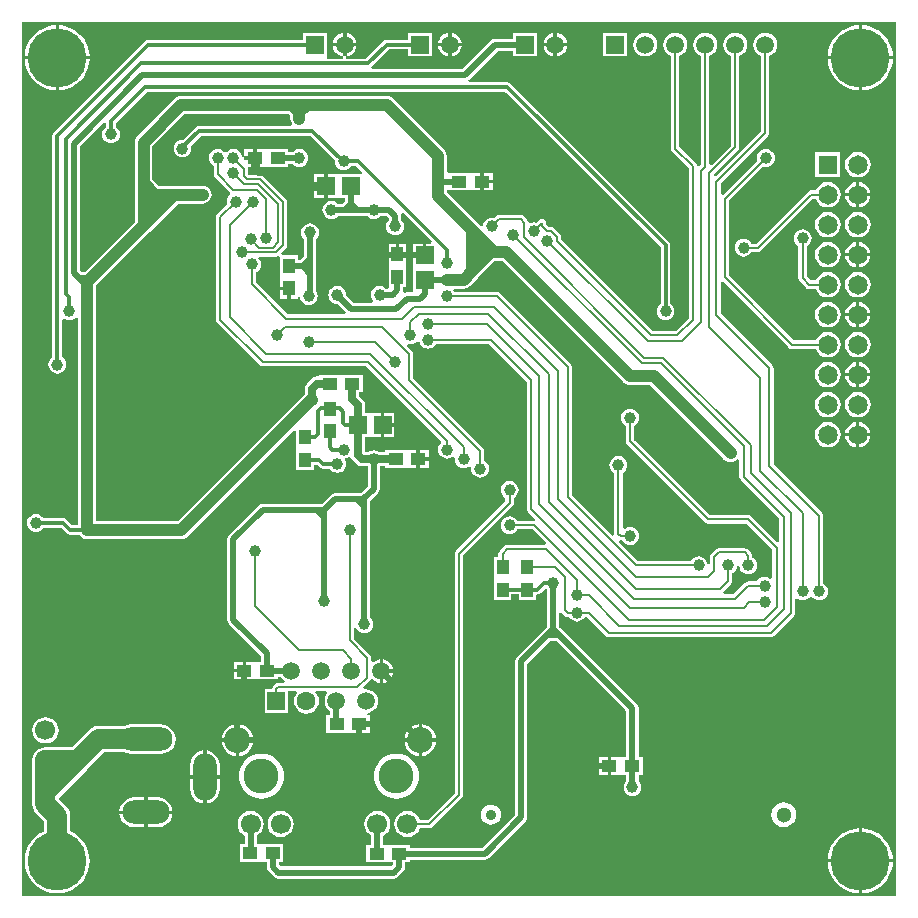
<source format=gbl>
%FSLAX44Y44*%
%MOMM*%
G71*
G01*
G75*
G04 Layer_Physical_Order=2*
G04 Layer_Color=16711680*
%ADD10R,1.0000X1.3000*%
%ADD11R,1.5000X0.6500*%
%ADD12R,1.3000X1.0000*%
%ADD13R,1.5000X1.5000*%
%ADD14R,1.5000X1.5000*%
%ADD15R,1.0000X2.5000*%
%ADD16R,1.0000X3.5000*%
%ADD17R,2.7000X3.0000*%
%ADD18R,1.1000X3.7900*%
%ADD19R,1.4000X3.5000*%
%ADD20O,2.1000X0.3000*%
%ADD21O,0.3000X2.1000*%
%ADD22O,2.1000X0.7000*%
%ADD23R,0.6500X1.5000*%
%ADD24R,0.5500X1.6500*%
%ADD25R,1.3000X1.2500*%
%ADD26C,1.0000*%
%ADD27R,0.3000X1.5000*%
%ADD28R,1.5000X0.3000*%
%ADD29R,5.0000X2.1000*%
%ADD30R,1.2000X1.2000*%
%ADD31R,1.2000X1.2000*%
%ADD32C,0.2000*%
%ADD33C,0.3000*%
%ADD34C,0.5000*%
%ADD35C,0.8000*%
%ADD36C,0.5500*%
%ADD37C,1.0000*%
%ADD38C,1.7000*%
%ADD39C,0.6500*%
%ADD40C,0.2500*%
%ADD41C,5.0000*%
%ADD42C,1.5000*%
%ADD43C,1.5000*%
%ADD44R,1.5000X1.5000*%
%ADD45C,1.6000*%
%ADD46C,2.9500*%
%ADD47C,2.9500*%
%ADD48C,2.2000*%
%ADD49C,1.7000*%
%ADD50C,1.6500*%
%ADD51R,1.6500X1.6500*%
%ADD52C,0.9000*%
%ADD53C,1.3000*%
%ADD54O,2.0000X4.0000*%
%ADD55O,4.0000X2.0000*%
%ADD56O,4.5000X2.0000*%
%ADD57R,5.0000X5.0000*%
%ADD58C,0.7000*%
G36*
X745000Y5000D02*
X5000D01*
Y745000D01*
X745000D01*
Y5000D01*
D02*
G37*
%LPC*%
G36*
X349500Y373500D02*
X342000D01*
Y367500D01*
X349500D01*
Y373500D01*
D02*
G37*
G36*
X192000Y203500D02*
X184500D01*
Y197500D01*
X192000D01*
Y203500D01*
D02*
G37*
G36*
X310950Y205459D02*
Y197070D01*
X319339D01*
X319193Y198181D01*
X318185Y200613D01*
X316582Y202702D01*
X314493Y204305D01*
X312061Y205313D01*
X310950Y205459D01*
D02*
G37*
G36*
X711200Y394200D02*
X702055D01*
X702227Y392894D01*
X703310Y390279D01*
X705033Y388033D01*
X707279Y386310D01*
X709894Y385227D01*
X711200Y385055D01*
Y394200D01*
D02*
G37*
G36*
X687300Y406543D02*
X684494Y406173D01*
X681879Y405090D01*
X679633Y403367D01*
X677910Y401121D01*
X676827Y398506D01*
X676457Y395700D01*
X676827Y392894D01*
X677910Y390279D01*
X679633Y388033D01*
X681879Y386310D01*
X684494Y385227D01*
X687300Y384857D01*
X690106Y385227D01*
X692721Y386310D01*
X694967Y388033D01*
X696690Y390279D01*
X697773Y392894D01*
X698143Y395700D01*
X697773Y398506D01*
X696690Y401121D01*
X694967Y403367D01*
X692721Y405090D01*
X690106Y406173D01*
X687300Y406543D01*
D02*
G37*
G36*
X349500Y382500D02*
X342000D01*
Y376500D01*
X349500D01*
Y382500D01*
D02*
G37*
G36*
X192000Y194500D02*
X184500D01*
Y188500D01*
X192000D01*
Y194500D01*
D02*
G37*
G36*
X340950Y150589D02*
X338926Y150323D01*
X335642Y148962D01*
X332822Y146798D01*
X330658Y143978D01*
X329297Y140694D01*
X329031Y138670D01*
X340950D01*
Y150589D01*
D02*
G37*
G36*
X189050D02*
Y138670D01*
X200969D01*
X200702Y140694D01*
X199342Y143978D01*
X197178Y146798D01*
X194358Y148962D01*
X191074Y150323D01*
X189050Y150589D01*
D02*
G37*
G36*
X186050D02*
X184026Y150323D01*
X180742Y148962D01*
X177922Y146798D01*
X175758Y143978D01*
X174398Y140694D01*
X174131Y138670D01*
X186050D01*
Y150589D01*
D02*
G37*
G36*
X319339Y194070D02*
X310950D01*
Y185681D01*
X312061Y185828D01*
X314493Y186835D01*
X316582Y188438D01*
X318185Y190527D01*
X319193Y192960D01*
X319339Y194070D01*
D02*
G37*
G36*
X299500Y149500D02*
X292000D01*
Y143500D01*
X299500D01*
Y149500D01*
D02*
G37*
G36*
X343950Y150589D02*
Y138670D01*
X355869D01*
X355602Y140694D01*
X354242Y143978D01*
X352078Y146798D01*
X349258Y148962D01*
X345974Y150323D01*
X343950Y150589D01*
D02*
G37*
G36*
X723345Y445000D02*
X714200D01*
Y435855D01*
X715506Y436027D01*
X718121Y437110D01*
X720367Y438833D01*
X722090Y441079D01*
X723173Y443694D01*
X723345Y445000D01*
D02*
G37*
G36*
X711200D02*
X702055D01*
X702227Y443694D01*
X703310Y441079D01*
X705033Y438833D01*
X707279Y437110D01*
X709894Y436027D01*
X711200Y435855D01*
Y445000D01*
D02*
G37*
G36*
X687300Y457343D02*
X684494Y456973D01*
X681879Y455890D01*
X679633Y454167D01*
X677910Y451921D01*
X676827Y449306D01*
X676457Y446500D01*
X676827Y443694D01*
X677910Y441079D01*
X679633Y438833D01*
X681879Y437110D01*
X684494Y436027D01*
X687300Y435657D01*
X690106Y436027D01*
X692721Y437110D01*
X694967Y438833D01*
X696690Y441079D01*
X697773Y443694D01*
X698143Y446500D01*
X697773Y449306D01*
X696690Y451921D01*
X694967Y454167D01*
X692721Y455890D01*
X690106Y456973D01*
X687300Y457343D01*
D02*
G37*
G36*
X712700Y482743D02*
X709894Y482373D01*
X707279Y481290D01*
X705033Y479567D01*
X703310Y477321D01*
X702227Y474706D01*
X701857Y471900D01*
X702227Y469094D01*
X703310Y466479D01*
X705033Y464233D01*
X707279Y462510D01*
X709894Y461427D01*
X712700Y461057D01*
X715506Y461427D01*
X718121Y462510D01*
X720367Y464233D01*
X722090Y466479D01*
X723173Y469094D01*
X723543Y471900D01*
X723173Y474706D01*
X722090Y477321D01*
X720367Y479567D01*
X718121Y481290D01*
X715506Y482373D01*
X712700Y482743D01*
D02*
G37*
G36*
X714200Y457145D02*
Y448000D01*
X723345D01*
X723173Y449306D01*
X722090Y451921D01*
X720367Y454167D01*
X718121Y455890D01*
X715506Y456973D01*
X714200Y457145D01*
D02*
G37*
G36*
X711200D02*
X709894Y456973D01*
X707279Y455890D01*
X705033Y454167D01*
X703310Y451921D01*
X702227Y449306D01*
X702055Y448000D01*
X711200D01*
Y457145D01*
D02*
G37*
G36*
X712700Y431943D02*
X709894Y431573D01*
X707279Y430490D01*
X705033Y428767D01*
X703310Y426521D01*
X702227Y423906D01*
X701857Y421100D01*
X702227Y418294D01*
X703310Y415679D01*
X705033Y413433D01*
X707279Y411710D01*
X709894Y410627D01*
X712700Y410257D01*
X715506Y410627D01*
X718121Y411710D01*
X720367Y413433D01*
X722090Y415679D01*
X723173Y418294D01*
X723543Y421100D01*
X723173Y423906D01*
X722090Y426521D01*
X720367Y428767D01*
X718121Y430490D01*
X715506Y431573D01*
X712700Y431943D01*
D02*
G37*
G36*
X711200Y406345D02*
X709894Y406173D01*
X707279Y405090D01*
X705033Y403367D01*
X703310Y401121D01*
X702227Y398506D01*
X702055Y397200D01*
X711200D01*
Y406345D01*
D02*
G37*
G36*
X320500Y402500D02*
X312000D01*
Y394000D01*
X320500D01*
Y402500D01*
D02*
G37*
G36*
X723345Y394200D02*
X714200D01*
Y385055D01*
X715506Y385227D01*
X718121Y386310D01*
X720367Y388033D01*
X722090Y390279D01*
X723173Y392894D01*
X723345Y394200D01*
D02*
G37*
G36*
X687300Y431943D02*
X684494Y431573D01*
X681879Y430490D01*
X679633Y428767D01*
X677910Y426521D01*
X676827Y423906D01*
X676457Y421100D01*
X676827Y418294D01*
X677910Y415679D01*
X679633Y413433D01*
X681879Y411710D01*
X684494Y410627D01*
X687300Y410257D01*
X690106Y410627D01*
X692721Y411710D01*
X694967Y413433D01*
X696690Y415679D01*
X697773Y418294D01*
X698143Y421100D01*
X697773Y423906D01*
X696690Y426521D01*
X694967Y428767D01*
X692721Y430490D01*
X690106Y431573D01*
X687300Y431943D01*
D02*
G37*
G36*
X320500Y414000D02*
X312000D01*
Y405500D01*
X320500D01*
Y414000D01*
D02*
G37*
G36*
X714200Y406345D02*
Y397200D01*
X723345D01*
X723173Y398506D01*
X722090Y401121D01*
X720367Y403367D01*
X718121Y405090D01*
X715506Y406173D01*
X714200Y406345D01*
D02*
G37*
G36*
X418000Y356565D02*
X416042Y356307D01*
X414218Y355551D01*
X412651Y354349D01*
X411449Y352782D01*
X410693Y350958D01*
X410435Y349000D01*
X410693Y347042D01*
X411449Y345218D01*
X412651Y343651D01*
X414218Y342449D01*
X414431Y342360D01*
Y339478D01*
X372477Y297523D01*
X371703Y296366D01*
X371431Y295000D01*
Y92478D01*
X348592Y69639D01*
X341728D01*
X340909Y71617D01*
X339145Y73915D01*
X336847Y75679D01*
X334172Y76787D01*
X331300Y77165D01*
X328428Y76787D01*
X325753Y75679D01*
X323455Y73915D01*
X321692Y71617D01*
X320583Y68942D01*
X320205Y66070D01*
X320583Y63198D01*
X321692Y60523D01*
X323455Y58225D01*
X325753Y56462D01*
X328428Y55353D01*
X331300Y54975D01*
X334172Y55353D01*
X336847Y56462D01*
X339145Y58225D01*
X340909Y60523D01*
X341728Y62501D01*
X350070D01*
X351436Y62773D01*
X352593Y63547D01*
X352593Y63547D01*
X352593Y63547D01*
X377523Y88477D01*
X378297Y89634D01*
X378569Y91000D01*
X378569Y91000D01*
X378569Y91000D01*
Y91000D01*
Y293522D01*
X420523Y335477D01*
X421297Y336634D01*
X421569Y338000D01*
X421569Y338000D01*
X421569Y338000D01*
Y338000D01*
Y342360D01*
X421782Y342449D01*
X423349Y343651D01*
X424551Y345218D01*
X425307Y347042D01*
X425565Y349000D01*
X425307Y350958D01*
X424551Y352782D01*
X423349Y354349D01*
X421782Y355551D01*
X419958Y356307D01*
X418000Y356565D01*
D02*
G37*
G36*
X402000Y82573D02*
X399781Y82281D01*
X397713Y81425D01*
X395938Y80062D01*
X394575Y78287D01*
X393719Y76219D01*
X393427Y74000D01*
X393719Y71781D01*
X394575Y69713D01*
X395938Y67938D01*
X397713Y66575D01*
X399781Y65719D01*
X402000Y65427D01*
X404219Y65719D01*
X406287Y66575D01*
X408062Y67938D01*
X409425Y69713D01*
X410281Y71781D01*
X410573Y74000D01*
X410281Y76219D01*
X409425Y78287D01*
X408062Y80062D01*
X406287Y81425D01*
X404219Y82281D01*
X402000Y82573D01*
D02*
G37*
G36*
X650000Y84591D02*
X647259Y84230D01*
X644705Y83172D01*
X642511Y81489D01*
X640828Y79295D01*
X639770Y76741D01*
X639409Y74000D01*
X639770Y71259D01*
X640828Y68705D01*
X642511Y66511D01*
X644705Y64828D01*
X647259Y63770D01*
X650000Y63409D01*
X652741Y63770D01*
X655295Y64828D01*
X657489Y66511D01*
X659172Y68705D01*
X660230Y71259D01*
X660591Y74000D01*
X660230Y76741D01*
X659172Y79295D01*
X657489Y81489D01*
X655295Y83172D01*
X652741Y84230D01*
X650000Y84591D01*
D02*
G37*
G36*
X158500Y104500D02*
X147392D01*
Y96000D01*
X147822Y92737D01*
X149081Y89696D01*
X151085Y87085D01*
X153696Y85081D01*
X156737Y83822D01*
X158500Y83590D01*
Y104500D01*
D02*
G37*
G36*
X120000Y88608D02*
X111500D01*
Y77500D01*
X132410D01*
X132178Y79263D01*
X130919Y82304D01*
X128915Y84915D01*
X126304Y86919D01*
X123263Y88178D01*
X120000Y88608D01*
D02*
G37*
G36*
X108500D02*
X100000D01*
X96737Y88178D01*
X93696Y86919D01*
X91085Y84915D01*
X89081Y82304D01*
X87822Y79263D01*
X87590Y77500D01*
X108500D01*
Y88608D01*
D02*
G37*
G36*
X132410Y74500D02*
X111500D01*
Y63392D01*
X120000D01*
X123263Y63822D01*
X126304Y65081D01*
X128915Y67085D01*
X130919Y69696D01*
X132178Y72737D01*
X132410Y74500D01*
D02*
G37*
G36*
X713500Y62467D02*
X710685Y62245D01*
X706476Y61235D01*
X702477Y59578D01*
X698786Y57317D01*
X695494Y54506D01*
X692683Y51214D01*
X690422Y47523D01*
X688765Y43524D01*
X687755Y39315D01*
X687533Y36500D01*
X713500D01*
Y62467D01*
D02*
G37*
G36*
X742467Y33500D02*
X716500D01*
Y7533D01*
X719315Y7755D01*
X723524Y8765D01*
X727523Y10422D01*
X731214Y12683D01*
X734506Y15494D01*
X737317Y18786D01*
X739578Y22477D01*
X741235Y26476D01*
X742245Y30685D01*
X742467Y33500D01*
D02*
G37*
G36*
X713500D02*
X687533D01*
X687755Y30685D01*
X688765Y26476D01*
X690422Y22477D01*
X692683Y18786D01*
X695494Y15494D01*
X698786Y12683D01*
X702477Y10422D01*
X706476Y8765D01*
X710685Y7755D01*
X713500Y7533D01*
Y33500D01*
D02*
G37*
G36*
X108500Y74500D02*
X87590D01*
X87822Y72737D01*
X89081Y69696D01*
X91085Y67085D01*
X93696Y65081D01*
X96737Y63822D01*
X100000Y63392D01*
X108500D01*
Y74500D01*
D02*
G37*
G36*
X224100Y77205D02*
X221228Y76827D01*
X218553Y75718D01*
X216255Y73955D01*
X214492Y71658D01*
X213383Y68982D01*
X213005Y66110D01*
X213383Y63238D01*
X214492Y60563D01*
X216255Y58265D01*
X218553Y56501D01*
X221228Y55393D01*
X224100Y55015D01*
X226972Y55393D01*
X229647Y56501D01*
X231945Y58265D01*
X233708Y60563D01*
X234817Y63238D01*
X235195Y66110D01*
X234817Y68982D01*
X233708Y71658D01*
X231945Y73955D01*
X229647Y75718D01*
X226972Y76827D01*
X224100Y77205D01*
D02*
G37*
G36*
X716500Y62467D02*
Y36500D01*
X742467D01*
X742245Y39315D01*
X741235Y43524D01*
X739578Y47523D01*
X737317Y51214D01*
X734506Y54506D01*
X731214Y57317D01*
X727523Y59578D01*
X723524Y61235D01*
X719315Y62245D01*
X716500Y62467D01*
D02*
G37*
G36*
X340950Y135670D02*
X329031D01*
X329297Y133646D01*
X330658Y130362D01*
X332822Y127542D01*
X335642Y125378D01*
X338926Y124017D01*
X340950Y123751D01*
Y135670D01*
D02*
G37*
G36*
X200969D02*
X189050D01*
Y123751D01*
X191074Y124017D01*
X194358Y125378D01*
X197178Y127542D01*
X199342Y130362D01*
X200702Y133646D01*
X200969Y135670D01*
D02*
G37*
G36*
X186050D02*
X174131D01*
X174398Y133646D01*
X175758Y130362D01*
X177922Y127542D01*
X180742Y125378D01*
X184026Y124017D01*
X186050Y123751D01*
Y135670D01*
D02*
G37*
G36*
X25000Y156495D02*
X22128Y156117D01*
X19453Y155008D01*
X17155Y153245D01*
X15391Y150948D01*
X14283Y148272D01*
X13905Y145400D01*
X14283Y142528D01*
X15391Y139853D01*
X17155Y137555D01*
X19453Y135792D01*
X22128Y134683D01*
X25000Y134305D01*
X27872Y134683D01*
X30547Y135792D01*
X32845Y137555D01*
X34609Y139853D01*
X35717Y142528D01*
X36095Y145400D01*
X35717Y148272D01*
X34609Y150948D01*
X32845Y153245D01*
X30547Y155008D01*
X27872Y156117D01*
X25000Y156495D01*
D02*
G37*
G36*
X122500Y150608D02*
X97500D01*
X94237Y150178D01*
X91621Y149095D01*
X70000D01*
X67128Y148717D01*
X64453Y147608D01*
X62155Y145845D01*
X47404Y131095D01*
X25000D01*
X22128Y130717D01*
X19453Y129608D01*
X17155Y127845D01*
X15391Y125548D01*
X14283Y122872D01*
X13905Y120000D01*
Y94600D01*
Y83000D01*
X13905Y83000D01*
X13905D01*
X14283Y80128D01*
X15067Y78236D01*
X15391Y77453D01*
X17155Y75155D01*
X17155Y75155D01*
X17155Y75155D01*
X23905Y68404D01*
Y60170D01*
X22477Y59578D01*
X18786Y57317D01*
X15494Y54506D01*
X12683Y51214D01*
X10422Y47523D01*
X8765Y43524D01*
X7755Y39315D01*
X7415Y35000D01*
X7755Y30685D01*
X8765Y26476D01*
X10422Y22477D01*
X12683Y18786D01*
X15494Y15494D01*
X18786Y12683D01*
X22477Y10422D01*
X26476Y8765D01*
X30685Y7755D01*
X35000Y7415D01*
X39315Y7755D01*
X43524Y8765D01*
X47523Y10422D01*
X51214Y12683D01*
X54506Y15494D01*
X57317Y18786D01*
X59578Y22477D01*
X61235Y26476D01*
X62245Y30685D01*
X62585Y35000D01*
X62245Y39315D01*
X61235Y43524D01*
X59578Y47523D01*
X57317Y51214D01*
X54506Y54506D01*
X51214Y57317D01*
X47523Y59578D01*
X46095Y60170D01*
Y73000D01*
X45717Y75872D01*
X44608Y78548D01*
X42845Y80845D01*
X36095Y87596D01*
Y88404D01*
X59845Y112155D01*
X59845Y112155D01*
X74596Y126905D01*
X91621D01*
X94237Y125822D01*
X97500Y125392D01*
X122500D01*
X125763Y125822D01*
X128804Y127081D01*
X131415Y129085D01*
X133419Y131696D01*
X134678Y134737D01*
X135108Y138000D01*
X134678Y141263D01*
X133419Y144304D01*
X131415Y146915D01*
X128804Y148919D01*
X125763Y150178D01*
X122500Y150608D01*
D02*
G37*
G36*
X355869Y135670D02*
X343950D01*
Y123751D01*
X345974Y124017D01*
X349258Y125378D01*
X352078Y127542D01*
X354242Y130362D01*
X355602Y133646D01*
X355869Y135670D01*
D02*
G37*
G36*
X501000Y122500D02*
X493500D01*
Y116500D01*
X501000D01*
Y122500D01*
D02*
G37*
G36*
X207850Y125762D02*
X204125Y125395D01*
X200544Y124309D01*
X197243Y122544D01*
X194350Y120170D01*
X191976Y117277D01*
X190211Y113976D01*
X189125Y110395D01*
X188758Y106670D01*
X189125Y102945D01*
X190211Y99364D01*
X191976Y96063D01*
X194350Y93170D01*
X197243Y90796D01*
X200544Y89031D01*
X204125Y87945D01*
X207850Y87578D01*
X211575Y87945D01*
X215156Y89031D01*
X218457Y90796D01*
X221350Y93170D01*
X223724Y96063D01*
X225489Y99364D01*
X226575Y102945D01*
X226942Y106670D01*
X226575Y110395D01*
X225489Y113976D01*
X223724Y117277D01*
X221350Y120170D01*
X218457Y122544D01*
X215156Y124309D01*
X211575Y125395D01*
X207850Y125762D01*
D02*
G37*
G36*
X322150Y125763D02*
X318425Y125396D01*
X314844Y124309D01*
X311543Y122545D01*
X308650Y120170D01*
X306275Y117277D01*
X304511Y113976D01*
X303424Y110395D01*
X303058Y106670D01*
X303424Y102945D01*
X304511Y99364D01*
X306275Y96063D01*
X308650Y93170D01*
X311543Y90795D01*
X314844Y89031D01*
X318425Y87944D01*
X322150Y87578D01*
X325875Y87944D01*
X329456Y89031D01*
X332757Y90795D01*
X335650Y93170D01*
X338025Y96063D01*
X339789Y99364D01*
X340876Y102945D01*
X341242Y106670D01*
X340876Y110395D01*
X339789Y113976D01*
X338025Y117277D01*
X335650Y120170D01*
X332757Y122545D01*
X329456Y124309D01*
X325875Y125396D01*
X322150Y125763D01*
D02*
G37*
G36*
X172608Y104500D02*
X161500D01*
Y83590D01*
X163263Y83822D01*
X166304Y85081D01*
X168915Y87085D01*
X170919Y89696D01*
X172178Y92737D01*
X172608Y96000D01*
Y104500D01*
D02*
G37*
G36*
X501000Y113500D02*
X493500D01*
Y107500D01*
X501000D01*
Y113500D01*
D02*
G37*
G36*
X161500Y128410D02*
Y107500D01*
X172608D01*
Y116000D01*
X172178Y119263D01*
X170919Y122304D01*
X168915Y124915D01*
X166304Y126919D01*
X163263Y128178D01*
X161500Y128410D01*
D02*
G37*
G36*
X158500D02*
X156737Y128178D01*
X153696Y126919D01*
X151085Y124915D01*
X149081Y122304D01*
X147822Y119263D01*
X147392Y116000D01*
Y107500D01*
X158500D01*
Y128410D01*
D02*
G37*
G36*
X687300Y508143D02*
X684494Y507773D01*
X681879Y506690D01*
X679633Y504967D01*
X677910Y502721D01*
X676827Y500106D01*
X676457Y497300D01*
X676827Y494494D01*
X677910Y491879D01*
X679633Y489633D01*
X681879Y487910D01*
X684494Y486827D01*
X687300Y486457D01*
X690106Y486827D01*
X692721Y487910D01*
X694967Y489633D01*
X696690Y491879D01*
X697773Y494494D01*
X698143Y497300D01*
X697773Y500106D01*
X696690Y502721D01*
X694967Y504967D01*
X692721Y506690D01*
X690106Y507773D01*
X687300Y508143D01*
D02*
G37*
G36*
X532800Y736086D02*
X530190Y735743D01*
X527757Y734735D01*
X525668Y733132D01*
X524065Y731043D01*
X523057Y728611D01*
X522714Y726000D01*
X523057Y723390D01*
X524065Y720957D01*
X525668Y718868D01*
X527757Y717265D01*
X530190Y716257D01*
X532800Y715914D01*
X535410Y716257D01*
X537843Y717265D01*
X539932Y718868D01*
X541535Y720957D01*
X542543Y723390D01*
X542886Y726000D01*
X542543Y728611D01*
X541535Y731043D01*
X539932Y733132D01*
X537843Y734735D01*
X535410Y735743D01*
X532800Y736086D01*
D02*
G37*
G36*
X742467Y713500D02*
X716500D01*
Y687533D01*
X719315Y687755D01*
X723524Y688765D01*
X727523Y690422D01*
X731214Y692683D01*
X734506Y695494D01*
X737317Y698786D01*
X739578Y702477D01*
X741235Y706476D01*
X742245Y710685D01*
X742467Y713500D01*
D02*
G37*
G36*
X713500D02*
X687533D01*
X687755Y710685D01*
X688765Y706476D01*
X690422Y702477D01*
X692683Y698786D01*
X695494Y695494D01*
X698786Y692683D01*
X702477Y690422D01*
X706476Y688765D01*
X710685Y687755D01*
X713500Y687533D01*
Y713500D01*
D02*
G37*
G36*
X288289Y724500D02*
X279900D01*
Y716111D01*
X281010Y716257D01*
X283443Y717265D01*
X285532Y718868D01*
X287135Y720957D01*
X288143Y723390D01*
X288289Y724500D01*
D02*
G37*
G36*
X276900D02*
X268511D01*
X268657Y723390D01*
X269665Y720957D01*
X271268Y718868D01*
X273357Y717265D01*
X275790Y716257D01*
X276900Y716111D01*
Y724500D01*
D02*
G37*
G36*
X517400Y736000D02*
X497400D01*
Y716000D01*
X517400D01*
Y736000D01*
D02*
G37*
G36*
X62467Y713500D02*
X36500D01*
Y687533D01*
X39315Y687755D01*
X43524Y688765D01*
X47523Y690422D01*
X51214Y692683D01*
X54506Y695494D01*
X57317Y698786D01*
X59578Y702477D01*
X61235Y706476D01*
X62245Y710685D01*
X62467Y713500D01*
D02*
G37*
G36*
X634400Y736086D02*
X631790Y735743D01*
X629357Y734735D01*
X627268Y733132D01*
X625665Y731043D01*
X624657Y728611D01*
X624314Y726000D01*
X624657Y723390D01*
X625665Y720957D01*
X627268Y718868D01*
X629357Y717265D01*
X630831Y716654D01*
Y652878D01*
X592416Y614463D01*
X590569Y615228D01*
Y615522D01*
X611523Y636477D01*
X612297Y637634D01*
X612569Y639000D01*
X612569Y639000D01*
X612569Y639000D01*
Y639000D01*
Y716654D01*
X614043Y717265D01*
X616132Y718868D01*
X617735Y720957D01*
X618743Y723390D01*
X619086Y726000D01*
X618743Y728611D01*
X617735Y731043D01*
X616132Y733132D01*
X614043Y734735D01*
X611610Y735743D01*
X609000Y736086D01*
X606390Y735743D01*
X603957Y734735D01*
X601868Y733132D01*
X600265Y731043D01*
X599257Y728611D01*
X598914Y726000D01*
X599257Y723390D01*
X600265Y720957D01*
X601868Y718868D01*
X603957Y717265D01*
X605431Y716654D01*
Y640478D01*
X589016Y624063D01*
X587169Y624828D01*
Y716654D01*
X588643Y717265D01*
X590732Y718868D01*
X592335Y720957D01*
X593343Y723390D01*
X593686Y726000D01*
X593343Y728611D01*
X592335Y731043D01*
X590732Y733132D01*
X588643Y734735D01*
X586211Y735743D01*
X583600Y736086D01*
X580989Y735743D01*
X578557Y734735D01*
X576468Y733132D01*
X574865Y731043D01*
X573857Y728611D01*
X573514Y726000D01*
X573857Y723390D01*
X574865Y720957D01*
X576468Y718868D01*
X578557Y717265D01*
X580031Y716654D01*
Y624414D01*
X578617Y623000D01*
X576852Y623000D01*
X576550Y623092D01*
X576297Y624366D01*
X575523Y625523D01*
X561769Y639278D01*
Y716654D01*
X563243Y717265D01*
X565332Y718868D01*
X566935Y720957D01*
X567943Y723390D01*
X568286Y726000D01*
X567943Y728611D01*
X566935Y731043D01*
X565332Y733132D01*
X563243Y734735D01*
X560811Y735743D01*
X558200Y736086D01*
X555589Y735743D01*
X553157Y734735D01*
X551068Y733132D01*
X549465Y731043D01*
X548457Y728611D01*
X548114Y726000D01*
X548457Y723390D01*
X549465Y720957D01*
X551068Y718868D01*
X553157Y717265D01*
X554631Y716654D01*
Y637800D01*
X554631Y637800D01*
X554631D01*
X554903Y636434D01*
X555677Y635277D01*
X569431Y621522D01*
Y494478D01*
X558522Y483569D01*
X539478D01*
X461569Y561478D01*
Y563314D01*
X461297Y564679D01*
X460523Y565837D01*
X455837Y570523D01*
X454679Y571297D01*
X453314Y571569D01*
X451478D01*
X449029Y574018D01*
Y574926D01*
X448757Y576292D01*
X447983Y577449D01*
X446826Y578223D01*
X445460Y578495D01*
X444094Y578223D01*
X442937Y577449D01*
X440813Y575326D01*
X439000Y575565D01*
X437042Y575307D01*
X435272Y574574D01*
X433508Y575517D01*
X433297Y576578D01*
X432523Y577735D01*
X429735Y580523D01*
X428578Y581297D01*
X427212Y581569D01*
X409000D01*
X407634Y581297D01*
X406477Y580523D01*
X405172Y579218D01*
X404958Y579307D01*
X403000Y579565D01*
X401042Y579307D01*
X399218Y578551D01*
X397651Y577349D01*
X396449Y575782D01*
X395693Y573958D01*
X395528Y572707D01*
X393634Y572064D01*
X391349Y574349D01*
X364565Y601133D01*
Y602500D01*
X366500D01*
Y602500D01*
X384500D01*
X384500Y602500D01*
Y602500D01*
X384500D01*
X385500D01*
X385914Y602500D01*
X385914Y602500D01*
Y602500D01*
X393000D01*
Y609997D01*
Y617500D01*
X385914D01*
Y617500D01*
X385914Y617500D01*
X385500Y617500D01*
X385000D01*
X384500D01*
X384086Y617500D01*
X384086Y617500D01*
Y617500D01*
X366500D01*
Y617500D01*
X365979D01*
X364565Y618914D01*
Y632000D01*
X364565Y632000D01*
X364337Y633730D01*
X364307Y633958D01*
X363551Y635782D01*
X362349Y637349D01*
X362349Y637349D01*
X319349Y680349D01*
X317782Y681551D01*
X317248Y681773D01*
X315958Y682307D01*
X314000Y682565D01*
X246000D01*
X246000Y682565D01*
X246000Y682565D01*
X140000D01*
X138042Y682307D01*
X136752Y681773D01*
X136218Y681551D01*
X134651Y680349D01*
X102651Y648349D01*
X101449Y646782D01*
X100693Y644958D01*
X100435Y643000D01*
Y609000D01*
Y600000D01*
X100501Y599500D01*
X100435Y599000D01*
Y594000D01*
Y576133D01*
X58151Y533849D01*
X58151Y533849D01*
X57900Y533598D01*
X55612D01*
X54098Y535112D01*
Y639888D01*
X74574Y660364D01*
X76422Y659599D01*
Y656324D01*
X75151Y655349D01*
X73949Y653782D01*
X73193Y651958D01*
X72935Y650000D01*
X73193Y648042D01*
X73949Y646218D01*
X75151Y644651D01*
X76718Y643449D01*
X78542Y642693D01*
X80500Y642435D01*
X82458Y642693D01*
X84282Y643449D01*
X85849Y644651D01*
X87051Y646218D01*
X87807Y648042D01*
X88065Y650000D01*
X87807Y651958D01*
X87051Y653782D01*
X85849Y655349D01*
X84578Y656324D01*
Y659811D01*
X110689Y685922D01*
X414311D01*
X545922Y554311D01*
Y506324D01*
X544651Y505349D01*
X543449Y503782D01*
X542693Y501958D01*
X542435Y500000D01*
X542693Y498042D01*
X543449Y496218D01*
X544651Y494651D01*
X546218Y493449D01*
X548042Y492693D01*
X550000Y492435D01*
X551958Y492693D01*
X553782Y493449D01*
X555349Y494651D01*
X556551Y496218D01*
X557307Y498042D01*
X557565Y500000D01*
X557307Y501958D01*
X556551Y503782D01*
X555349Y505349D01*
X554078Y506324D01*
Y556000D01*
X554078Y556000D01*
X553819Y557302D01*
X553768Y557561D01*
X552884Y558884D01*
X418884Y692884D01*
X417561Y693768D01*
X417302Y693819D01*
X416000Y694078D01*
X416000Y694078D01*
X383582D01*
X383002Y695992D01*
X383605Y696395D01*
X408112Y720902D01*
X421200D01*
Y716000D01*
X441200D01*
Y736000D01*
X421200D01*
Y731098D01*
X406000D01*
X404049Y730710D01*
X402395Y729605D01*
X377888Y705098D01*
X301308D01*
X300728Y707012D01*
X300884Y707116D01*
X300884Y707116D01*
X300884Y707116D01*
X315689Y721922D01*
X332000D01*
Y716000D01*
X352000D01*
Y736000D01*
X332000D01*
Y730078D01*
X314000D01*
X314000Y730078D01*
X312698Y729819D01*
X312439Y729768D01*
X311116Y728884D01*
X311116Y728884D01*
X296311Y714078D01*
X279749D01*
X279618Y716074D01*
X278400Y715913D01*
X277182Y716074D01*
X277051Y714078D01*
X263000D01*
Y716000D01*
X263000D01*
Y736000D01*
X243000D01*
Y730078D01*
X112000D01*
X112000Y730078D01*
X110698Y729819D01*
X110439Y729768D01*
X109116Y728884D01*
X109116Y728884D01*
X32116Y651884D01*
X31232Y650561D01*
X31181Y650302D01*
X30922Y649000D01*
X30922Y649000D01*
Y461324D01*
X29651Y460349D01*
X28449Y458782D01*
X27693Y456958D01*
X27435Y455000D01*
X27693Y453042D01*
X28449Y451218D01*
X29651Y449651D01*
X31218Y448449D01*
X33042Y447693D01*
X35000Y447435D01*
X36958Y447693D01*
X38782Y448449D01*
X40349Y449651D01*
X41551Y451218D01*
X42307Y453042D01*
X42565Y455000D01*
X42307Y456958D01*
X41551Y458782D01*
X40349Y460349D01*
X39078Y461324D01*
Y492829D01*
X40872Y493714D01*
X41218Y493449D01*
X43042Y492693D01*
X45000Y492435D01*
X46958Y492693D01*
X48782Y493449D01*
X50349Y494651D01*
X50541Y494902D01*
X52435Y494259D01*
Y319078D01*
X47689D01*
X42884Y323884D01*
X41561Y324768D01*
X41302Y324819D01*
X40000Y325078D01*
X40000Y325078D01*
X23324D01*
X22349Y326349D01*
X20782Y327551D01*
X18958Y328307D01*
X17000Y328565D01*
X15042Y328307D01*
X13218Y327551D01*
X11651Y326349D01*
X10449Y324782D01*
X9693Y322958D01*
X9435Y321000D01*
X9693Y319042D01*
X10449Y317218D01*
X11651Y315651D01*
X13218Y314449D01*
X15042Y313693D01*
X17000Y313435D01*
X18958Y313693D01*
X20782Y314449D01*
X22349Y315651D01*
X23324Y316922D01*
X38311D01*
X43116Y312116D01*
X43116Y312116D01*
X44000Y311525D01*
X44439Y311232D01*
X46000Y310922D01*
X46000Y310922D01*
X53676D01*
X53896Y310634D01*
X54651Y309651D01*
X56218Y308449D01*
X58042Y307693D01*
X60000Y307435D01*
X140000D01*
X141958Y307693D01*
X143782Y308449D01*
X145349Y309651D01*
X145349Y309651D01*
X145349Y309651D01*
X235652Y399954D01*
X237500Y399189D01*
Y384500D01*
X237500Y384500D01*
X237500Y383500D01*
X237500D01*
Y365500D01*
X252500D01*
Y370422D01*
X254811D01*
X257116Y368116D01*
X257116Y368116D01*
X258000Y367525D01*
X258439Y367232D01*
X260000Y366922D01*
X260000Y366922D01*
X265676D01*
X266651Y365651D01*
X268218Y364449D01*
X270042Y363693D01*
X272000Y363435D01*
X273958Y363693D01*
X275782Y364449D01*
X277349Y365651D01*
X278551Y367218D01*
X279307Y369042D01*
X279565Y371000D01*
X279307Y372958D01*
X278551Y374782D01*
X278869Y375550D01*
X279958Y375693D01*
X281782Y376449D01*
X282101Y376693D01*
X283848Y376159D01*
Y376159D01*
D01*
X283848D01*
Y376159D01*
D01*
X285174Y374174D01*
X288674Y370674D01*
X290659Y369348D01*
X293000Y368882D01*
X297902D01*
Y352112D01*
X291888Y346098D01*
X270000D01*
X268049Y345710D01*
X266395Y344605D01*
X258888Y337098D01*
X209000D01*
X207049Y336710D01*
X205395Y335605D01*
X180395Y310605D01*
X179290Y308951D01*
X178902Y307000D01*
Y239000D01*
X178902Y239000D01*
X178902D01*
X179290Y237049D01*
X180395Y235395D01*
X207402Y208388D01*
Y203500D01*
X203914D01*
Y203500D01*
X203914Y203500D01*
X203500Y203500D01*
X203000D01*
X202500D01*
X202086Y203500D01*
X202086Y203500D01*
Y203500D01*
X195000D01*
Y195997D01*
Y188500D01*
X202500D01*
Y188500D01*
X203500D01*
X203914Y188500D01*
X203914Y188500D01*
Y188500D01*
X221500D01*
Y190902D01*
X224360D01*
X224515Y190527D01*
X226118Y188438D01*
X227389Y187462D01*
X226746Y185569D01*
X222000D01*
X220634Y185297D01*
X219477Y184523D01*
X218027Y183073D01*
X217253Y181916D01*
X216981Y180550D01*
Y180170D01*
X210550D01*
Y160170D01*
X230550D01*
Y178431D01*
X236793D01*
X237678Y176638D01*
X236778Y175465D01*
X235720Y172911D01*
X235359Y170170D01*
X235720Y167429D01*
X236778Y164875D01*
X238461Y162681D01*
X240655Y160998D01*
X243209Y159940D01*
X245950Y159579D01*
X248691Y159940D01*
X251245Y160998D01*
X253439Y162681D01*
X255122Y164875D01*
X256180Y167429D01*
X256541Y170170D01*
X256180Y172911D01*
X255122Y175465D01*
X253439Y177659D01*
X253701Y178431D01*
X262824D01*
X263708Y176638D01*
X262615Y175213D01*
X261607Y172781D01*
X261264Y170170D01*
X261607Y167560D01*
X262615Y165127D01*
X264218Y163038D01*
X266252Y161477D01*
Y158500D01*
X262500D01*
Y143500D01*
X280500D01*
X280500Y143500D01*
Y143500D01*
X280500D01*
X281500D01*
X281914Y143500D01*
X281914Y143500D01*
Y143500D01*
X289000D01*
Y151003D01*
X290497D01*
Y152500D01*
X299500D01*
Y158500D01*
X297430D01*
X297112Y158818D01*
X299291Y160417D01*
X299291D01*
D01*
D01*
D01*
X299291Y160417D01*
X301723Y161425D01*
X303812Y163028D01*
X305415Y165117D01*
X306423Y167549D01*
X306766Y170160D01*
X306423Y172771D01*
X305415Y175203D01*
X303812Y177292D01*
X301723Y178895D01*
X299291Y179903D01*
X296680Y180246D01*
X294712Y179987D01*
X293828Y181781D01*
X299523Y187477D01*
X300214Y188510D01*
X302213Y188575D01*
X302318Y188438D01*
X304407Y186835D01*
X306840Y185828D01*
X307950Y185681D01*
Y195568D01*
Y205459D01*
X306840Y205313D01*
X304407Y204305D01*
X302362Y202736D01*
X302114Y202859D01*
X300569Y204044D01*
Y207000D01*
X300297Y208366D01*
X299523Y209523D01*
X286069Y222978D01*
Y231838D01*
X288030Y232228D01*
X288449Y231218D01*
X289651Y229651D01*
X291218Y228449D01*
X293042Y227693D01*
X295000Y227435D01*
X296958Y227693D01*
X298782Y228449D01*
X300349Y229651D01*
X301551Y231218D01*
X302307Y233042D01*
X302565Y235000D01*
X302307Y236958D01*
X301551Y238782D01*
X300349Y240349D01*
X300098Y240542D01*
Y335000D01*
Y339888D01*
X306605Y346395D01*
X307710Y348049D01*
X308098Y350000D01*
Y368882D01*
X312500D01*
Y367500D01*
X330500D01*
X330500Y367500D01*
Y367500D01*
X330500D01*
X331500D01*
X331914Y367500D01*
X331914Y367500D01*
Y367500D01*
X339000D01*
Y374997D01*
Y382500D01*
X331914D01*
Y382500D01*
X331914Y382500D01*
X331500Y382500D01*
X331000D01*
X330500D01*
X330086Y382500D01*
X330086Y382500D01*
Y382500D01*
X312500D01*
Y381118D01*
X307348D01*
X306782Y381551D01*
X304958Y382307D01*
X303000Y382565D01*
X301042Y382307D01*
X299218Y381551D01*
X298652Y381118D01*
X295618D01*
Y394000D01*
X299500D01*
X299500Y394000D01*
Y394000D01*
X299500D01*
X300500D01*
X300914Y394000D01*
X300914Y394000D01*
Y394000D01*
X309000D01*
Y403997D01*
Y414000D01*
X300914D01*
Y414000D01*
X300914Y414000D01*
X300500Y414000D01*
X300000D01*
X299500D01*
X299086Y414000D01*
X299086Y414000D01*
Y414000D01*
X295618D01*
Y420500D01*
X295152Y422841D01*
X293826Y424826D01*
X290618Y428034D01*
Y431500D01*
X293500D01*
Y446500D01*
X275500D01*
D01*
D01*
X275500Y446500D01*
X274500D01*
Y446500D01*
X256500D01*
Y445118D01*
X255000D01*
X252659Y444652D01*
X250674Y443326D01*
X246174Y438826D01*
X244848Y436841D01*
X244382Y434500D01*
Y430081D01*
X136867Y322565D01*
X67565D01*
Y521867D01*
X68849Y523151D01*
X68849Y523151D01*
X113349Y567651D01*
X137133Y591435D01*
X158000D01*
X159958Y591693D01*
X161782Y592449D01*
X163349Y593651D01*
X164551Y595218D01*
X165307Y597042D01*
X165565Y599000D01*
X165307Y600958D01*
X164551Y602782D01*
X163349Y604349D01*
X161782Y605551D01*
X159958Y606307D01*
X158000Y606565D01*
X121133D01*
X115565Y612133D01*
Y639867D01*
X143133Y667435D01*
X230867D01*
X232435Y665867D01*
Y663000D01*
X232693Y661042D01*
X233449Y659218D01*
X233714Y658872D01*
X232829Y657078D01*
X155000D01*
X153439Y656768D01*
X152116Y655884D01*
X152116Y655884D01*
X141704Y645472D01*
X141000Y645565D01*
X139042Y645307D01*
X137218Y644551D01*
X135651Y643349D01*
X134449Y641782D01*
X133693Y639958D01*
X133435Y638000D01*
X133693Y636042D01*
X134449Y634218D01*
X135651Y632651D01*
X137218Y631449D01*
X139042Y630693D01*
X141000Y630435D01*
X142958Y630693D01*
X144782Y631449D01*
X146349Y632651D01*
X147551Y634218D01*
X148307Y636042D01*
X148565Y638000D01*
X148307Y639958D01*
X148137Y640369D01*
X156689Y648922D01*
X249311D01*
X270086Y628146D01*
X269935Y627000D01*
X270193Y625042D01*
X270949Y623218D01*
X272151Y621651D01*
X273718Y620449D01*
X275542Y619693D01*
X277500Y619435D01*
X279458Y619693D01*
X281282Y620449D01*
X282849Y621651D01*
X283824Y622922D01*
X288311D01*
X293385Y617848D01*
X292996Y616911D01*
D01*
X292619Y616000D01*
X273914D01*
Y616000D01*
X273914Y616000D01*
X273500Y616000D01*
X273000D01*
X272500D01*
X272086Y616000D01*
X272086Y616000D01*
Y616000D01*
X264000D01*
Y605998D01*
Y596000D01*
X272500D01*
X272500Y596000D01*
Y596000D01*
X272500D01*
X273500D01*
X273914Y596000D01*
X273914Y596000D01*
Y596000D01*
X278402D01*
Y593112D01*
X276388Y591098D01*
X272542D01*
X272349Y591349D01*
X270782Y592551D01*
X268958Y593307D01*
X267000Y593565D01*
X265042Y593307D01*
X263218Y592551D01*
X261651Y591349D01*
X260449Y589782D01*
X259693Y587958D01*
X259435Y586000D01*
X259693Y584042D01*
X260449Y582218D01*
X261651Y580651D01*
X263218Y579449D01*
X265042Y578693D01*
X267000Y578435D01*
X268958Y578693D01*
X270782Y579449D01*
X272349Y580651D01*
X272542Y580902D01*
X297458D01*
X297651Y580651D01*
X299218Y579449D01*
X301042Y578693D01*
X303000Y578435D01*
X304958Y578693D01*
X306782Y579449D01*
X308349Y580651D01*
X308542Y580902D01*
X313888D01*
X315902Y578888D01*
X315902Y578888D01*
D01*
X315651Y577349D01*
X314449Y575782D01*
X313693Y573958D01*
X313435Y572000D01*
X313693Y570042D01*
X314449Y568218D01*
X315651Y566651D01*
X317218Y565449D01*
X319042Y564693D01*
X321000Y564435D01*
X322958Y564693D01*
X324782Y565449D01*
X326349Y566651D01*
X327551Y568218D01*
X328307Y570042D01*
X328565Y572000D01*
X328307Y573958D01*
X327551Y575782D01*
X326349Y577349D01*
X326098Y577542D01*
Y581000D01*
X325743Y582782D01*
X327507Y583725D01*
X351885Y559348D01*
X351119Y557500D01*
X347500D01*
Y547497D01*
X346003D01*
Y546000D01*
X336000D01*
Y537500D01*
X336000Y537500D01*
X336000Y536500D01*
X336000D01*
Y516500D01*
D01*
Y516500D01*
X335598Y516098D01*
X331000D01*
X329373Y515774D01*
X329350Y515770D01*
X328323Y516797D01*
X327965Y517332D01*
X328098Y518000D01*
Y520500D01*
X330500D01*
Y538086D01*
X330500D01*
X330500Y538086D01*
X330500Y538500D01*
Y539000D01*
Y539500D01*
X330500Y539914D01*
X330500Y539914D01*
X330500D01*
Y547000D01*
X315500D01*
Y539914D01*
X315500D01*
X315500Y539914D01*
X315500Y539500D01*
Y538500D01*
D01*
D01*
X315500D01*
Y520500D01*
D01*
Y520500D01*
X314098Y519098D01*
X313542D01*
X313349Y519349D01*
X311782Y520551D01*
X309958Y521307D01*
X308000Y521565D01*
X306042Y521307D01*
X304218Y520551D01*
X302651Y519349D01*
X301449Y517782D01*
X300693Y515958D01*
X300435Y514000D01*
X300693Y512042D01*
X301449Y510218D01*
X302466Y508892D01*
X301801Y507544D01*
X301459Y507098D01*
X286112D01*
X279523Y513686D01*
X279565Y514000D01*
X279307Y515958D01*
X278551Y517782D01*
X277349Y519349D01*
X275782Y520551D01*
X273958Y521307D01*
X272000Y521565D01*
X270042Y521307D01*
X268218Y520551D01*
X266651Y519349D01*
X265449Y517782D01*
X264693Y515958D01*
X264435Y514000D01*
X264693Y512042D01*
X265449Y510218D01*
X266651Y508651D01*
X268218Y507449D01*
X270042Y506693D01*
X272000Y506435D01*
X272314Y506477D01*
X279374Y499416D01*
X278609Y497569D01*
X230478D01*
X203569Y524478D01*
Y533360D01*
X203782Y533449D01*
X205349Y534651D01*
X206551Y536218D01*
X207307Y538042D01*
X207565Y540000D01*
X207307Y541958D01*
X206551Y543782D01*
X205349Y545349D01*
X205716Y546431D01*
X220000D01*
X221366Y546703D01*
X221736Y546951D01*
X223500Y546008D01*
Y529914D01*
X223500D01*
X223500Y529914D01*
X223500Y529500D01*
Y528500D01*
D01*
D01*
D01*
D01*
X223500D01*
Y521000D01*
X231003D01*
Y519502D01*
X232500D01*
Y510500D01*
X238500D01*
Y512127D01*
X238826Y512432D01*
X239960Y512506D01*
D01*
X240496Y512541D01*
X240496Y512541D01*
X240693Y511042D01*
X241449Y509218D01*
X242651Y507651D01*
X244218Y506449D01*
X246042Y505693D01*
X248000Y505435D01*
X249958Y505693D01*
X251782Y506449D01*
X253349Y507651D01*
X254551Y509218D01*
X255307Y511042D01*
X255565Y513000D01*
X255307Y514958D01*
X254551Y516782D01*
X254098Y517373D01*
Y544500D01*
Y561458D01*
X254349Y561651D01*
X255551Y563218D01*
X256307Y565042D01*
X256565Y567000D01*
X256307Y568958D01*
X255551Y570782D01*
X254349Y572349D01*
X252782Y573551D01*
X250958Y574307D01*
X249000Y574565D01*
X247042Y574307D01*
X245218Y573551D01*
X243651Y572349D01*
X242449Y570782D01*
X241693Y568958D01*
X241435Y567000D01*
X241693Y565042D01*
X242449Y563218D01*
X243651Y561651D01*
X243902Y561458D01*
Y546612D01*
X240888Y543598D01*
X238500D01*
Y547500D01*
X225160D01*
X224394Y549348D01*
X228523Y553477D01*
X229297Y554634D01*
X229569Y556000D01*
Y593000D01*
X229297Y594366D01*
X228523Y595523D01*
X209523Y614523D01*
X208366Y615297D01*
X207000Y615569D01*
X197478D01*
X196569Y616478D01*
Y621000D01*
X196297Y622366D01*
X196369Y622500D01*
X201000D01*
Y628500D01*
X193500D01*
Y630589D01*
X191504Y630459D01*
X191307Y631958D01*
X190551Y633782D01*
X189349Y635349D01*
X187782Y636551D01*
X185958Y637307D01*
X184000Y637565D01*
X182042Y637307D01*
X180218Y636551D01*
X178651Y635349D01*
X178500Y635152D01*
X176500D01*
X176349Y635349D01*
X174782Y636551D01*
X172958Y637307D01*
X171000Y637565D01*
X169042Y637307D01*
X167218Y636551D01*
X165651Y635349D01*
X164449Y633782D01*
X163693Y631958D01*
X163435Y630000D01*
X163693Y628042D01*
X164449Y626218D01*
X165651Y624651D01*
X167218Y623449D01*
X167431Y623360D01*
Y616000D01*
X167431Y616000D01*
X167431D01*
X167703Y614634D01*
X168477Y613477D01*
X181250Y600704D01*
X181119Y598708D01*
X180651Y598349D01*
X179449Y596782D01*
X178693Y594958D01*
X178435Y593000D01*
X178693Y591042D01*
X178782Y590828D01*
X170477Y582523D01*
X169703Y581366D01*
X169431Y580000D01*
Y493000D01*
X169431Y493000D01*
X169431D01*
X169703Y491634D01*
X170477Y490477D01*
X206477Y454477D01*
X207634Y453703D01*
X209000Y453431D01*
X296522D01*
X359771Y390182D01*
X359651Y388349D01*
X358449Y386782D01*
X357693Y384958D01*
X357435Y383000D01*
X357693Y381042D01*
X358449Y379218D01*
X359651Y377651D01*
X361218Y376449D01*
X363042Y375693D01*
X365000Y375435D01*
X366958Y375693D01*
X368782Y376449D01*
X369872Y377285D01*
X371604Y376285D01*
X371435Y375000D01*
X371693Y373042D01*
X372449Y371218D01*
X373651Y369651D01*
X375218Y368449D01*
X377042Y367693D01*
X379000Y367435D01*
X380958Y367693D01*
X382782Y368449D01*
X383872Y369285D01*
X385605Y368285D01*
X385435Y367000D01*
X385693Y365042D01*
X386449Y363218D01*
X387651Y361651D01*
X389218Y360449D01*
X391042Y359693D01*
X393000Y359435D01*
X394958Y359693D01*
X396782Y360449D01*
X398349Y361651D01*
X399551Y363218D01*
X400307Y365042D01*
X400565Y367000D01*
X400307Y368958D01*
X399551Y370782D01*
X398349Y372349D01*
X396782Y373551D01*
X396569Y373640D01*
Y382000D01*
X396297Y383366D01*
X395523Y384523D01*
X336569Y443478D01*
Y464000D01*
X336297Y465366D01*
X335523Y466523D01*
X331255Y470792D01*
X332042Y472693D01*
X334000Y472435D01*
X335958Y472693D01*
X337782Y473449D01*
X339349Y474651D01*
X339691Y475096D01*
X341622Y474578D01*
X341693Y474042D01*
X342449Y472218D01*
X343651Y470651D01*
X345218Y469449D01*
X347042Y468693D01*
X349000Y468435D01*
X350958Y468693D01*
X352782Y469449D01*
X354349Y470651D01*
X355551Y472218D01*
X355640Y472431D01*
X400522D01*
X432431Y440522D01*
Y333000D01*
X432703Y331634D01*
X433477Y330477D01*
X439396Y324558D01*
X439211Y323630D01*
X438772Y322569D01*
X424640D01*
X424551Y322782D01*
X423349Y324349D01*
X421782Y325551D01*
X419958Y326307D01*
X418000Y326565D01*
X416042Y326307D01*
X414218Y325551D01*
X412651Y324349D01*
X411449Y322782D01*
X410693Y320958D01*
X410435Y319000D01*
X410693Y317042D01*
X411449Y315218D01*
X412651Y313651D01*
X414218Y312449D01*
X416042Y311693D01*
X418000Y311435D01*
X419958Y311693D01*
X421782Y312449D01*
X423349Y313651D01*
X424551Y315218D01*
X424640Y315431D01*
X437522D01*
X448537Y304416D01*
X447772Y302569D01*
X416000D01*
X414634Y302297D01*
X413477Y301523D01*
X409477Y297523D01*
X408703Y296366D01*
X408431Y295000D01*
Y292500D01*
X404500D01*
Y274500D01*
X404500Y274500D01*
X404500Y273500D01*
X404500D01*
Y255500D01*
X419500D01*
Y260422D01*
X425500D01*
Y255500D01*
X440500D01*
Y259422D01*
X441500Y260422D01*
X441500D01*
Y260422D01*
D01*
D01*
D01*
X442802Y260681D01*
X443061Y260732D01*
X444384Y261616D01*
X447609Y264842D01*
X449605Y264711D01*
X449651Y264651D01*
X449902Y264458D01*
Y233112D01*
X446395Y229605D01*
X446395Y229605D01*
X424395Y207605D01*
X423290Y205951D01*
X422902Y204000D01*
Y74112D01*
X394888Y46098D01*
X333500D01*
Y48500D01*
X315914D01*
Y48500D01*
X315914Y48500D01*
X315500Y48500D01*
X315000D01*
X314500D01*
X314086Y48500D01*
X314086Y48500D01*
Y48500D01*
X310998D01*
Y56275D01*
X311447Y56462D01*
X313745Y58225D01*
X315508Y60523D01*
X316617Y63198D01*
X316995Y66070D01*
X316617Y68942D01*
X315508Y71617D01*
X313745Y73915D01*
X311447Y75679D01*
X308772Y76787D01*
X305900Y77165D01*
X303028Y76787D01*
X300353Y75679D01*
X298055Y73915D01*
X296292Y71617D01*
X295183Y68942D01*
X294805Y66070D01*
X295183Y63198D01*
X296292Y60523D01*
X298055Y58225D01*
X300353Y56462D01*
X300802Y56275D01*
Y48500D01*
X296500D01*
Y33500D01*
X314500D01*
Y33500D01*
X315500D01*
X315914Y33500D01*
X315914Y33500D01*
Y33500D01*
X319402D01*
Y31612D01*
X317888Y30098D01*
X224112D01*
X222598Y31612D01*
Y33870D01*
X226500D01*
Y48870D01*
X208914D01*
Y48870D01*
X208914Y48870D01*
X208500Y48870D01*
X208000D01*
X207500D01*
X207086Y48870D01*
X207086Y48870D01*
Y48870D01*
X203798D01*
Y56275D01*
X204247Y56462D01*
X206545Y58225D01*
X208309Y60523D01*
X209417Y63198D01*
X209795Y66070D01*
X209417Y68942D01*
X208309Y71617D01*
X206545Y73915D01*
X204247Y75679D01*
X201572Y76787D01*
X198700Y77165D01*
X195828Y76787D01*
X193153Y75679D01*
X190855Y73915D01*
X189091Y71617D01*
X187983Y68942D01*
X187605Y66070D01*
X187983Y63198D01*
X189091Y60523D01*
X190855Y58225D01*
X193153Y56462D01*
X193602Y56275D01*
Y48870D01*
X189500D01*
Y33870D01*
X207500D01*
Y33870D01*
X208500D01*
X208914Y33870D01*
X208914Y33870D01*
Y33870D01*
X212402D01*
Y29500D01*
X212402Y29500D01*
X212402D01*
X212790Y27549D01*
X213895Y25895D01*
X218395Y21395D01*
X220049Y20290D01*
X222000Y19902D01*
X320000D01*
X321951Y20290D01*
X323605Y21395D01*
X323605Y21395D01*
X323605Y21395D01*
X328105Y25895D01*
X329210Y27549D01*
X329598Y29500D01*
X329598Y29500D01*
X329598Y29500D01*
Y29500D01*
Y33500D01*
X333500D01*
Y35902D01*
X397000D01*
X398951Y36290D01*
X400605Y37395D01*
X400605Y37395D01*
X400605Y37395D01*
X431605Y68395D01*
X432710Y70049D01*
X433098Y72000D01*
X433098Y72000D01*
X433098Y72000D01*
Y72000D01*
Y201888D01*
X452112Y220902D01*
X457888D01*
X516902Y161888D01*
Y122500D01*
X512914D01*
Y122500D01*
X512914Y122500D01*
X512500Y122500D01*
X512000D01*
X511500D01*
X511086Y122500D01*
X511086Y122500D01*
Y122500D01*
X504000D01*
Y114998D01*
Y107500D01*
X511500D01*
Y107500D01*
X512500D01*
X512914Y107500D01*
X512914Y107500D01*
Y107500D01*
X516902D01*
Y102542D01*
X516651Y102349D01*
X515449Y100782D01*
X514693Y98958D01*
X514435Y97000D01*
X514693Y95042D01*
X515449Y93218D01*
X516651Y91651D01*
X518218Y90449D01*
X520042Y89693D01*
X522000Y89435D01*
X523958Y89693D01*
X525782Y90449D01*
X527349Y91651D01*
X528551Y93218D01*
X529307Y95042D01*
X529565Y97000D01*
X529307Y98958D01*
X528551Y100782D01*
X527349Y102349D01*
X527098Y102542D01*
Y107500D01*
X530500D01*
Y122500D01*
X527098D01*
Y164000D01*
X526774Y165627D01*
X526710Y165951D01*
X525605Y167605D01*
X460098Y233112D01*
Y244592D01*
X462012Y245172D01*
X462477Y244477D01*
X464477Y242477D01*
X465634Y241703D01*
X467000Y241431D01*
X468360D01*
X468449Y241218D01*
X469651Y239651D01*
X471218Y238449D01*
X473042Y237693D01*
X475000Y237435D01*
X476958Y237693D01*
X478782Y238449D01*
X480349Y239651D01*
X481551Y241218D01*
X481640Y241431D01*
X483522D01*
X499477Y225477D01*
X500634Y224703D01*
X502000Y224431D01*
X639000D01*
X640366Y224703D01*
X641523Y225477D01*
X641523Y225477D01*
X641523Y225477D01*
X658523Y242477D01*
X659297Y243634D01*
X659569Y245000D01*
X659569Y245000D01*
X659569Y245000D01*
Y245000D01*
Y256220D01*
X661362Y257105D01*
X662218Y256449D01*
X664042Y255693D01*
X666000Y255435D01*
X667958Y255693D01*
X669782Y256449D01*
X671349Y257651D01*
X672000Y258499D01*
X674000D01*
X674651Y257651D01*
X676218Y256449D01*
X678042Y255693D01*
X680000Y255435D01*
X681958Y255693D01*
X683782Y256449D01*
X685349Y257651D01*
X686551Y259218D01*
X687307Y261042D01*
X687565Y263000D01*
X687307Y264958D01*
X686551Y266782D01*
X685349Y268349D01*
X683782Y269551D01*
X683569Y269640D01*
Y327000D01*
X683297Y328366D01*
X682523Y329523D01*
X641569Y370478D01*
Y452000D01*
X641297Y453366D01*
X640523Y454523D01*
X596569Y498478D01*
Y524772D01*
X598416Y525537D01*
X654577Y469377D01*
D01*
X654577D01*
X654577Y469377D01*
X654577Y469377D01*
X654577D01*
D01*
X654577D01*
X654577Y469377D01*
Y469377D01*
X654577Y469377D01*
Y469377D01*
X655734Y468603D01*
X657100Y468331D01*
X677142D01*
X677910Y466479D01*
X679633Y464233D01*
X681879Y462510D01*
X684494Y461427D01*
X687300Y461057D01*
X690106Y461427D01*
X692721Y462510D01*
X694967Y464233D01*
X696690Y466479D01*
X697773Y469094D01*
X698143Y471900D01*
X697773Y474706D01*
X696690Y477321D01*
X694967Y479567D01*
X692721Y481290D01*
X690106Y482373D01*
X687300Y482743D01*
X684494Y482373D01*
X681879Y481290D01*
X679633Y479567D01*
X677910Y477321D01*
X677142Y475469D01*
X658578D01*
X603569Y530478D01*
Y593522D01*
X632828Y622782D01*
X633042Y622693D01*
X635000Y622435D01*
X636958Y622693D01*
X638782Y623449D01*
X640349Y624651D01*
X641551Y626218D01*
X642307Y628042D01*
X642565Y630000D01*
X642307Y631958D01*
X641551Y633782D01*
X640349Y635349D01*
X638782Y636551D01*
X636958Y637307D01*
X635000Y637565D01*
X633042Y637307D01*
X631218Y636551D01*
X629651Y635349D01*
X628449Y633782D01*
X627693Y631958D01*
X627435Y630000D01*
X627693Y628042D01*
X627782Y627828D01*
X598416Y598463D01*
X596569Y599228D01*
Y608522D01*
X636923Y648877D01*
X637697Y650034D01*
X637969Y651400D01*
X637969Y651400D01*
X637969Y651400D01*
Y651400D01*
Y716654D01*
X639443Y717265D01*
X641532Y718868D01*
X643135Y720957D01*
X644143Y723390D01*
X644486Y726000D01*
X644143Y728611D01*
X643135Y731043D01*
X641532Y733132D01*
X639443Y734735D01*
X637010Y735743D01*
X634400Y736086D01*
D02*
G37*
G36*
X698050Y635050D02*
X676550D01*
Y613550D01*
X698050D01*
Y635050D01*
D02*
G37*
G36*
X712700Y635143D02*
X709894Y634773D01*
X707279Y633690D01*
X705033Y631967D01*
X703310Y629721D01*
X702227Y627106D01*
X701857Y624300D01*
X702227Y621494D01*
X703310Y618879D01*
X705033Y616633D01*
X707279Y614910D01*
X709894Y613827D01*
X712700Y613457D01*
X715506Y613827D01*
X718121Y614910D01*
X720367Y616633D01*
X722090Y618879D01*
X723173Y621494D01*
X723543Y624300D01*
X723173Y627106D01*
X722090Y629721D01*
X720367Y631967D01*
X718121Y633690D01*
X715506Y634773D01*
X712700Y635143D01*
D02*
G37*
G36*
X33500Y713500D02*
X7533D01*
X7755Y710685D01*
X8765Y706476D01*
X10422Y702477D01*
X12683Y698786D01*
X15494Y695494D01*
X18786Y692683D01*
X22477Y690422D01*
X26476Y688765D01*
X30685Y687755D01*
X33500Y687533D01*
Y713500D01*
D02*
G37*
G36*
X240000Y637565D02*
X238042Y637307D01*
X236218Y636551D01*
X234651Y635349D01*
X234458Y635098D01*
X230500D01*
Y637500D01*
X212914D01*
Y637500D01*
X212914Y637500D01*
X212500Y637500D01*
X212000D01*
X211500D01*
X211086Y637500D01*
X211086Y637500D01*
Y637500D01*
X204000D01*
Y629997D01*
Y622500D01*
X211500D01*
Y622500D01*
X212500D01*
X212914Y622500D01*
X212914Y622500D01*
Y622500D01*
X230500D01*
Y624902D01*
X234458D01*
X234651Y624651D01*
X236218Y623449D01*
X238042Y622693D01*
X240000Y622435D01*
X241958Y622693D01*
X243782Y623449D01*
X245349Y624651D01*
X246551Y626218D01*
X247307Y628042D01*
X247565Y630000D01*
X247307Y631958D01*
X246551Y633782D01*
X245349Y635349D01*
X243782Y636551D01*
X241958Y637307D01*
X240000Y637565D01*
D02*
G37*
G36*
X201000Y637500D02*
X193500D01*
Y631500D01*
X201000D01*
Y637500D01*
D02*
G37*
G36*
X365900Y724500D02*
X357511D01*
X357657Y723390D01*
X358665Y720957D01*
X360268Y718868D01*
X362357Y717265D01*
X364790Y716257D01*
X365900Y716111D01*
Y724500D01*
D02*
G37*
G36*
Y735889D02*
X364790Y735743D01*
X362357Y734735D01*
X360268Y733132D01*
X358665Y731043D01*
X357657Y728611D01*
X357511Y727500D01*
X365900D01*
Y735889D01*
D02*
G37*
G36*
X279900D02*
Y727500D01*
X288289D01*
X288143Y728611D01*
X287135Y731043D01*
X285532Y733132D01*
X283443Y734735D01*
X281010Y735743D01*
X279900Y735889D01*
D02*
G37*
G36*
X276900D02*
X275790Y735743D01*
X273357Y734735D01*
X271268Y733132D01*
X269665Y731043D01*
X268657Y728611D01*
X268511Y727500D01*
X276900D01*
Y735889D01*
D02*
G37*
G36*
X458100D02*
Y727500D01*
X466489D01*
X466343Y728611D01*
X465335Y731043D01*
X463732Y733132D01*
X461643Y734735D01*
X459211Y735743D01*
X458100Y735889D01*
D02*
G37*
G36*
X455100D02*
X453989Y735743D01*
X451557Y734735D01*
X449468Y733132D01*
X447865Y731043D01*
X446857Y728611D01*
X446711Y727500D01*
X455100D01*
Y735889D01*
D02*
G37*
G36*
X368900D02*
Y727500D01*
X377289D01*
X377143Y728611D01*
X376135Y731043D01*
X374532Y733132D01*
X372443Y734735D01*
X370010Y735743D01*
X368900Y735889D01*
D02*
G37*
G36*
X716500Y742467D02*
Y716500D01*
X742467D01*
X742245Y719315D01*
X741235Y723524D01*
X739578Y727523D01*
X737317Y731214D01*
X734506Y734506D01*
X731214Y737317D01*
X727523Y739578D01*
X723524Y741235D01*
X719315Y742245D01*
X716500Y742467D01*
D02*
G37*
G36*
X466489Y724500D02*
X458100D01*
Y716111D01*
X459211Y716257D01*
X461643Y717265D01*
X463732Y718868D01*
X465335Y720957D01*
X466343Y723390D01*
X466489Y724500D01*
D02*
G37*
G36*
X455100D02*
X446711D01*
X446857Y723390D01*
X447865Y720957D01*
X449468Y718868D01*
X451557Y717265D01*
X453989Y716257D01*
X455100Y716111D01*
Y724500D01*
D02*
G37*
G36*
X377289D02*
X368900D01*
Y716111D01*
X370010Y716257D01*
X372443Y717265D01*
X374532Y718868D01*
X376135Y720957D01*
X377143Y723390D01*
X377289Y724500D01*
D02*
G37*
G36*
X713500Y742467D02*
X710685Y742245D01*
X706476Y741235D01*
X702477Y739578D01*
X698786Y737317D01*
X695494Y734506D01*
X692683Y731214D01*
X690422Y727523D01*
X688765Y723524D01*
X687755Y719315D01*
X687533Y716500D01*
X713500D01*
Y742467D01*
D02*
G37*
G36*
X36500D02*
Y716500D01*
X62467D01*
X62245Y719315D01*
X61235Y723524D01*
X59578Y727523D01*
X57317Y731214D01*
X54506Y734506D01*
X51214Y737317D01*
X47523Y739578D01*
X43524Y741235D01*
X39315Y742245D01*
X36500Y742467D01*
D02*
G37*
G36*
X33500D02*
X30685Y742245D01*
X26476Y741235D01*
X22477Y739578D01*
X18786Y737317D01*
X15494Y734506D01*
X12683Y731214D01*
X10422Y727523D01*
X8765Y723524D01*
X7755Y719315D01*
X7533Y716500D01*
X33500D01*
Y742467D01*
D02*
G37*
G36*
X723345Y546600D02*
X714200D01*
Y537455D01*
X715506Y537627D01*
X718121Y538710D01*
X720367Y540433D01*
X722090Y542679D01*
X723173Y545294D01*
X723345Y546600D01*
D02*
G37*
G36*
X711200D02*
X702055D01*
X702227Y545294D01*
X703310Y542679D01*
X705033Y540433D01*
X707279Y538710D01*
X709894Y537627D01*
X711200Y537455D01*
Y546600D01*
D02*
G37*
G36*
X687300Y558943D02*
X684494Y558573D01*
X681879Y557490D01*
X679633Y555767D01*
X677910Y553521D01*
X676827Y550906D01*
X676457Y548100D01*
X676827Y545294D01*
X677910Y542679D01*
X679633Y540433D01*
X681879Y538710D01*
X684494Y537627D01*
X687300Y537257D01*
X690106Y537627D01*
X692721Y538710D01*
X694967Y540433D01*
X696690Y542679D01*
X697773Y545294D01*
X698143Y548100D01*
X697773Y550906D01*
X696690Y553521D01*
X694967Y555767D01*
X692721Y557490D01*
X690106Y558573D01*
X687300Y558943D01*
D02*
G37*
G36*
X714200Y558745D02*
Y549600D01*
X723345D01*
X723173Y550906D01*
X722090Y553521D01*
X720367Y555767D01*
X718121Y557490D01*
X715506Y558573D01*
X714200Y558745D01*
D02*
G37*
G36*
X711200D02*
X709894Y558573D01*
X707279Y557490D01*
X705033Y555767D01*
X703310Y553521D01*
X702227Y550906D01*
X702055Y549600D01*
X711200D01*
Y558745D01*
D02*
G37*
G36*
X344500Y557500D02*
X336000D01*
Y549000D01*
X344500D01*
Y557500D01*
D02*
G37*
G36*
X712700Y533543D02*
X709894Y533173D01*
X707279Y532090D01*
X705033Y530367D01*
X703310Y528121D01*
X702227Y525506D01*
X701857Y522700D01*
X702227Y519894D01*
X703310Y517279D01*
X705033Y515033D01*
X707279Y513310D01*
X709894Y512227D01*
X712700Y511857D01*
X715506Y512227D01*
X718121Y513310D01*
X720367Y515033D01*
X722090Y517279D01*
X723173Y519894D01*
X723543Y522700D01*
X723173Y525506D01*
X722090Y528121D01*
X720367Y530367D01*
X718121Y532090D01*
X715506Y533173D01*
X712700Y533543D01*
D02*
G37*
G36*
X711200Y507945D02*
X709894Y507773D01*
X707279Y506690D01*
X705033Y504967D01*
X703310Y502721D01*
X702227Y500106D01*
X702055Y498800D01*
X711200D01*
Y507945D01*
D02*
G37*
G36*
X723345Y495800D02*
X714200D01*
Y486655D01*
X715506Y486827D01*
X718121Y487910D01*
X720367Y489633D01*
X722090Y491879D01*
X723173Y494494D01*
X723345Y495800D01*
D02*
G37*
G36*
X711200D02*
X702055D01*
X702227Y494494D01*
X703310Y491879D01*
X705033Y489633D01*
X707279Y487910D01*
X709894Y486827D01*
X711200Y486655D01*
Y495800D01*
D02*
G37*
G36*
X666000Y569565D02*
X664042Y569307D01*
X662218Y568551D01*
X660651Y567349D01*
X659449Y565782D01*
X658693Y563958D01*
X658435Y562000D01*
X658693Y560042D01*
X659449Y558218D01*
X660651Y556651D01*
X662218Y555449D01*
X662431Y555360D01*
Y528000D01*
X662703Y526634D01*
X663477Y525477D01*
X668777Y520177D01*
X669934Y519403D01*
X671300Y519131D01*
X677142D01*
X677910Y517279D01*
X679633Y515033D01*
X681879Y513310D01*
X684494Y512227D01*
X687300Y511857D01*
X690106Y512227D01*
X692721Y513310D01*
X694967Y515033D01*
X696690Y517279D01*
X697773Y519894D01*
X698143Y522700D01*
X697773Y525506D01*
X696690Y528121D01*
X694967Y530367D01*
X692721Y532090D01*
X690106Y533173D01*
X687300Y533543D01*
X684494Y533173D01*
X681879Y532090D01*
X679633Y530367D01*
X677910Y528121D01*
X677142Y526269D01*
X672778D01*
X669569Y529478D01*
Y555360D01*
X669782Y555449D01*
X671349Y556651D01*
X672551Y558218D01*
X673307Y560042D01*
X673565Y562000D01*
X673307Y563958D01*
X672551Y565782D01*
X671349Y567349D01*
X669782Y568551D01*
X667958Y569307D01*
X666000Y569565D01*
D02*
G37*
G36*
X229500Y518000D02*
X223500D01*
Y510500D01*
X229500D01*
Y518000D01*
D02*
G37*
G36*
X714200Y507945D02*
Y498800D01*
X723345D01*
X723173Y500106D01*
X722090Y502721D01*
X720367Y504967D01*
X718121Y506690D01*
X715506Y507773D01*
X714200Y507945D01*
D02*
G37*
G36*
X321500Y557500D02*
X315500D01*
Y550000D01*
X321500D01*
Y557500D01*
D02*
G37*
G36*
X714200Y609545D02*
Y600400D01*
X723345D01*
X723173Y601706D01*
X722090Y604321D01*
X720367Y606567D01*
X718121Y608290D01*
X715506Y609373D01*
X714200Y609545D01*
D02*
G37*
G36*
X711200D02*
X709894Y609373D01*
X707279Y608290D01*
X705033Y606567D01*
X703310Y604321D01*
X702227Y601706D01*
X702055Y600400D01*
X711200D01*
Y609545D01*
D02*
G37*
G36*
X261000Y604500D02*
X252500D01*
Y596000D01*
X261000D01*
Y604500D01*
D02*
G37*
G36*
X403500Y617500D02*
X396000D01*
Y611500D01*
X403500D01*
Y617500D01*
D02*
G37*
G36*
X261000Y616000D02*
X252500D01*
Y607500D01*
X261000D01*
Y616000D01*
D02*
G37*
G36*
X403500Y608500D02*
X396000D01*
Y602500D01*
X403500D01*
Y608500D01*
D02*
G37*
G36*
X723345Y597400D02*
X714200D01*
Y588255D01*
X715506Y588427D01*
X718121Y589510D01*
X720367Y591233D01*
X722090Y593479D01*
X723173Y596094D01*
X723345Y597400D01*
D02*
G37*
G36*
X712700Y584343D02*
X709894Y583973D01*
X707279Y582890D01*
X705033Y581167D01*
X703310Y578921D01*
X702227Y576306D01*
X701857Y573500D01*
X702227Y570694D01*
X703310Y568079D01*
X705033Y565833D01*
X707279Y564110D01*
X709894Y563027D01*
X712700Y562657D01*
X715506Y563027D01*
X718121Y564110D01*
X720367Y565833D01*
X722090Y568079D01*
X723173Y570694D01*
X723543Y573500D01*
X723173Y576306D01*
X722090Y578921D01*
X720367Y581167D01*
X718121Y582890D01*
X715506Y583973D01*
X712700Y584343D01*
D02*
G37*
G36*
X687300D02*
X684494Y583973D01*
X681879Y582890D01*
X679633Y581167D01*
X677910Y578921D01*
X676827Y576306D01*
X676457Y573500D01*
X676827Y570694D01*
X677910Y568079D01*
X679633Y565833D01*
X681879Y564110D01*
X684494Y563027D01*
X687300Y562657D01*
X690106Y563027D01*
X692721Y564110D01*
X694967Y565833D01*
X696690Y568079D01*
X697773Y570694D01*
X698143Y573500D01*
X697773Y576306D01*
X696690Y578921D01*
X694967Y581167D01*
X692721Y582890D01*
X690106Y583973D01*
X687300Y584343D01*
D02*
G37*
G36*
X330500Y557500D02*
X324500D01*
Y550000D01*
X330500D01*
Y557500D01*
D02*
G37*
G36*
X711200Y597400D02*
X702055D01*
X702227Y596094D01*
X703310Y593479D01*
X705033Y591233D01*
X707279Y589510D01*
X709894Y588427D01*
X711200Y588255D01*
Y597400D01*
D02*
G37*
G36*
X687300Y609743D02*
X684494Y609373D01*
X681879Y608290D01*
X679633Y606567D01*
X677910Y604321D01*
X677142Y602469D01*
X672900D01*
X671534Y602197D01*
X670377Y601423D01*
X626522Y557569D01*
X622640D01*
X622551Y557782D01*
X621349Y559349D01*
X619782Y560551D01*
X617958Y561307D01*
X616000Y561565D01*
X614042Y561307D01*
X612218Y560551D01*
X610651Y559349D01*
X609449Y557782D01*
X608693Y555958D01*
X608435Y554000D01*
X608693Y552042D01*
X609449Y550218D01*
X610651Y548651D01*
X612218Y547449D01*
X614042Y546693D01*
X616000Y546435D01*
X617958Y546693D01*
X619782Y547449D01*
X621349Y548651D01*
X622551Y550218D01*
X622640Y550431D01*
X628000D01*
X629366Y550703D01*
X630523Y551477D01*
X674378Y595331D01*
X677142D01*
X677910Y593479D01*
X679633Y591233D01*
X681879Y589510D01*
X684494Y588427D01*
X687300Y588057D01*
X690106Y588427D01*
X692721Y589510D01*
X694967Y591233D01*
X696690Y593479D01*
X697773Y596094D01*
X698143Y598900D01*
X697773Y601706D01*
X696690Y604321D01*
X694967Y606567D01*
X692721Y608290D01*
X690106Y609373D01*
X687300Y609743D01*
D02*
G37*
%LPD*%
G36*
X424651Y529651D02*
X424651Y529651D01*
X514651Y439651D01*
X516218Y438449D01*
X518042Y437693D01*
X520000Y437435D01*
X520000Y437435D01*
X536867D01*
X599651Y374651D01*
X599651Y374651D01*
X601218Y373449D01*
X603042Y372693D01*
X605000Y372435D01*
X606958Y372693D01*
X608782Y373449D01*
X610349Y374651D01*
X610538Y374897D01*
X612431Y374254D01*
Y360000D01*
X612431Y360000D01*
X612431D01*
X612703Y358634D01*
X613477Y357477D01*
X646431Y324522D01*
Y305228D01*
X644584Y304463D01*
X622523Y326523D01*
X621366Y327297D01*
X620000Y327569D01*
X587478D01*
X523569Y391478D01*
Y403360D01*
X523782Y403449D01*
X525349Y404651D01*
X526551Y406218D01*
X527307Y408042D01*
X527565Y410000D01*
X527307Y411958D01*
X526551Y413782D01*
X525349Y415349D01*
X523782Y416551D01*
X521958Y417307D01*
X520000Y417565D01*
X518042Y417307D01*
X516218Y416551D01*
X514651Y415349D01*
X513449Y413782D01*
X512693Y411958D01*
X512435Y410000D01*
X512693Y408042D01*
X513449Y406218D01*
X514651Y404651D01*
X516218Y403449D01*
X516431Y403360D01*
Y390000D01*
X516431Y390000D01*
X516431D01*
X516703Y388634D01*
X517477Y387477D01*
X583477Y321477D01*
X583477Y321477D01*
X583477D01*
X583477Y321477D01*
X583477D01*
X583477Y321477D01*
Y321477D01*
Y321477D01*
D01*
D01*
X583477D01*
Y321477D01*
X584634Y320703D01*
X586000Y320431D01*
X618522D01*
X640431Y298522D01*
Y274779D01*
X638638Y273895D01*
X637782Y274551D01*
X635958Y275307D01*
X634000Y275565D01*
X632042Y275307D01*
X630218Y274551D01*
X628651Y273349D01*
X627449Y271782D01*
X627360Y271569D01*
X620000D01*
X618634Y271297D01*
X617477Y270523D01*
X607522Y260569D01*
X599798D01*
X598523Y262477D01*
X605523Y269477D01*
X606297Y270634D01*
X606569Y272000D01*
X606569Y272000D01*
X606569Y272000D01*
Y272000D01*
Y278360D01*
X606782Y278449D01*
X608349Y279651D01*
X609551Y281218D01*
X610307Y283042D01*
X610500Y284509D01*
X612500D01*
X612693Y283042D01*
X613449Y281218D01*
X614651Y279651D01*
X616218Y278449D01*
X618042Y277693D01*
X620000Y277435D01*
X621958Y277693D01*
X623782Y278449D01*
X625349Y279651D01*
X626551Y281218D01*
X627307Y283042D01*
X627565Y285000D01*
X627307Y286958D01*
X626551Y288782D01*
X625349Y290349D01*
X623782Y291551D01*
X623569Y291640D01*
Y293000D01*
X623297Y294366D01*
X622523Y295523D01*
X619523Y298523D01*
X618366Y299297D01*
X617000Y299569D01*
X595000D01*
X593634Y299297D01*
X592477Y298523D01*
X588477Y294523D01*
X587703Y293366D01*
X587431Y292000D01*
Y286111D01*
X585436Y285980D01*
X585307Y286958D01*
X584551Y288782D01*
X583349Y290349D01*
X581782Y291551D01*
X579958Y292307D01*
X578000Y292565D01*
X576042Y292307D01*
X574218Y291551D01*
X572651Y290349D01*
X571449Y288782D01*
X571360Y288569D01*
X526478D01*
X510211Y304836D01*
X511154Y306600D01*
X512000Y306431D01*
X513360D01*
X513449Y306218D01*
X514651Y304651D01*
X516218Y303449D01*
X518042Y302693D01*
X520000Y302435D01*
X521958Y302693D01*
X523782Y303449D01*
X525349Y304651D01*
X526551Y306218D01*
X527307Y308042D01*
X527565Y310000D01*
X527307Y311958D01*
X526551Y313782D01*
X525349Y315349D01*
X523782Y316551D01*
X521958Y317307D01*
X520000Y317565D01*
X518042Y317307D01*
X516218Y316551D01*
X515362Y315895D01*
X513569Y316779D01*
Y363360D01*
X513782Y363449D01*
X515349Y364651D01*
X516551Y366218D01*
X517307Y368042D01*
X517565Y370000D01*
X517307Y371958D01*
X516551Y373782D01*
X515349Y375349D01*
X513782Y376551D01*
X511958Y377307D01*
X510000Y377565D01*
X508042Y377307D01*
X506218Y376551D01*
X504651Y375349D01*
X503449Y373782D01*
X502693Y371958D01*
X502435Y370000D01*
X502693Y368042D01*
X503449Y366218D01*
X504651Y364651D01*
X506218Y363449D01*
X506431Y363360D01*
Y312000D01*
X506431Y312000D01*
X506431D01*
X506600Y311154D01*
X504836Y310211D01*
X470569Y344478D01*
Y453000D01*
X470297Y454366D01*
X469523Y455523D01*
X409523Y515523D01*
X408366Y516297D01*
X407000Y516569D01*
X371640D01*
X371551Y516782D01*
X370349Y518349D01*
X370718Y519435D01*
X379000D01*
X380958Y519693D01*
X382248Y520227D01*
X382782Y520449D01*
X384349Y521651D01*
X391349Y528651D01*
X391349Y528651D01*
X405133Y542435D01*
X411867D01*
X424651Y529651D01*
D02*
G37*
D10*
X323000Y529500D02*
D03*
Y548500D02*
D03*
X231000Y538500D02*
D03*
Y519500D02*
D03*
X412000Y264500D02*
D03*
Y283500D02*
D03*
X433000Y264500D02*
D03*
Y283500D02*
D03*
X245000Y393500D02*
D03*
Y374500D02*
D03*
X266000Y417500D02*
D03*
Y398500D02*
D03*
D12*
X271500Y151000D02*
D03*
X290500D02*
D03*
X212500Y196000D02*
D03*
X193500D02*
D03*
X321500Y375000D02*
D03*
X340500D02*
D03*
X221500Y630000D02*
D03*
X202500D02*
D03*
X375500Y610000D02*
D03*
X394500D02*
D03*
X521500Y115000D02*
D03*
X502500D02*
D03*
X284500Y439000D02*
D03*
X265500D02*
D03*
X217500Y41370D02*
D03*
X198500D02*
D03*
X324500Y41000D02*
D03*
X305500D02*
D03*
D13*
X346000Y526500D02*
D03*
Y547500D02*
D03*
X253000Y726000D02*
D03*
X342000D02*
D03*
X431200D02*
D03*
X507400D02*
D03*
D14*
X289500Y404000D02*
D03*
X310500D02*
D03*
X283500Y606000D02*
D03*
X262500D02*
D03*
D26*
X680000Y263000D02*
D03*
X666000D02*
D03*
X634000Y254000D02*
D03*
Y268000D02*
D03*
X349000Y476000D02*
D03*
Y489000D02*
D03*
X450000Y560000D02*
D03*
X439000Y568000D02*
D03*
X550000Y500000D02*
D03*
X80500Y650000D02*
D03*
X17000Y321000D02*
D03*
X295000Y235000D02*
D03*
X530000Y295000D02*
D03*
X411000Y525000D02*
D03*
X455000Y270000D02*
D03*
X430000Y535000D02*
D03*
X547000Y97000D02*
D03*
X472000Y105000D02*
D03*
X522000Y97000D02*
D03*
X141000Y638000D02*
D03*
X365000Y541000D02*
D03*
X283000Y362000D02*
D03*
X353000Y441000D02*
D03*
X60000Y315000D02*
D03*
X520000Y410000D02*
D03*
X620000Y285000D02*
D03*
X200000Y540000D02*
D03*
X603000Y285000D02*
D03*
X578000D02*
D03*
X520000Y310000D02*
D03*
X510000Y370000D02*
D03*
X334000Y480000D02*
D03*
X393000Y367000D02*
D03*
X248000Y474000D02*
D03*
X321000Y457000D02*
D03*
X186000Y593000D02*
D03*
X201000D02*
D03*
X379000Y375000D02*
D03*
X365000Y383000D02*
D03*
X303000Y375000D02*
D03*
X418000Y319000D02*
D03*
Y349000D02*
D03*
X101500Y400000D02*
D03*
X282500Y315000D02*
D03*
X202000Y297500D02*
D03*
X261000Y255000D02*
D03*
X221000Y480000D02*
D03*
X277500Y627000D02*
D03*
X666000Y562000D02*
D03*
X212000D02*
D03*
X380000Y627000D02*
D03*
X357000Y610000D02*
D03*
X250500Y425000D02*
D03*
X231500Y426000D02*
D03*
X248000Y513000D02*
D03*
X272000Y514000D02*
D03*
X308000D02*
D03*
X365000Y527000D02*
D03*
X303000Y586000D02*
D03*
X635000Y630000D02*
D03*
X267000Y586000D02*
D03*
X321000Y572000D02*
D03*
X240000Y630000D02*
D03*
X249000Y567000D02*
D03*
X365000Y513000D02*
D03*
X158000Y599000D02*
D03*
X605000Y380000D02*
D03*
X616000Y554000D02*
D03*
X35000Y455000D02*
D03*
X45000Y500000D02*
D03*
X130000Y565000D02*
D03*
X145000D02*
D03*
X160000D02*
D03*
X426000Y397000D02*
D03*
X475000Y260000D02*
D03*
Y245000D02*
D03*
X403000Y572000D02*
D03*
X421000Y565000D02*
D03*
X60000Y220000D02*
D03*
X162000Y400000D02*
D03*
X272000Y371000D02*
D03*
X278000Y383000D02*
D03*
X199000Y561000D02*
D03*
X191000Y550000D02*
D03*
X240000Y663000D02*
D03*
X235000Y611000D02*
D03*
X171000Y630000D02*
D03*
X184000D02*
D03*
Y617000D02*
D03*
X187000Y458000D02*
D03*
D32*
X583600Y622600D02*
Y726000D01*
X580000Y619000D02*
X583600Y622600D01*
X580000Y491000D02*
Y619000D01*
X593000Y610000D02*
X634400Y651400D01*
X593000Y497000D02*
Y610000D01*
Y497000D02*
X638000Y452000D01*
X634400Y651400D02*
Y726000D01*
X638000Y369000D02*
Y452000D01*
Y369000D02*
X680000Y327000D01*
Y263000D02*
Y327000D01*
X587000Y617000D02*
X609000Y639000D01*
X587000Y487000D02*
Y617000D01*
Y487000D02*
X630000Y444000D01*
X609000Y639000D02*
Y726000D01*
X630000Y365000D02*
Y444000D01*
Y365000D02*
X666000Y329000D01*
Y263000D02*
Y329000D01*
X520000Y249000D02*
X616000D01*
X436000Y333000D02*
X520000Y249000D01*
X436000Y333000D02*
Y442000D01*
X621000Y254000D02*
X634000D01*
X616000Y249000D02*
X621000Y254000D01*
X402000Y476000D02*
X436000Y442000D01*
X349000Y476000D02*
X402000D01*
X609000Y257000D02*
X620000Y268000D01*
X523000Y257000D02*
X609000D01*
X443000Y337000D02*
X523000Y257000D01*
X620000Y268000D02*
X634000D01*
X443000Y337000D02*
Y445000D01*
X399000Y489000D02*
X443000Y445000D01*
X349000Y489000D02*
X399000D01*
X644000Y250000D02*
Y300000D01*
X633000Y239000D02*
X644000Y250000D01*
X519000Y239000D02*
X633000D01*
X650000Y248000D02*
Y326000D01*
X636000Y234000D02*
X650000Y248000D01*
X511000Y234000D02*
X636000D01*
X656000Y245000D02*
Y329000D01*
X639000Y228000D02*
X656000Y245000D01*
X502000Y228000D02*
X639000D01*
X400000Y498000D02*
X451000Y447000D01*
Y339000D02*
Y447000D01*
Y339000D02*
X525000Y265000D01*
X405000Y504000D02*
X459000Y450000D01*
Y341000D02*
Y450000D01*
Y341000D02*
X525000Y275000D01*
X407000Y513000D02*
X467000Y453000D01*
Y343000D02*
Y453000D01*
Y343000D02*
X525000Y285000D01*
Y265000D02*
X596000D01*
X525000Y275000D02*
X586000D01*
X525000Y285000D02*
X578000D01*
X620000Y324000D02*
X644000Y300000D01*
X439000Y319000D02*
X519000Y239000D01*
X418000Y319000D02*
X439000D01*
X558200Y637800D02*
X573000Y623000D01*
X558200Y637800D02*
Y726000D01*
X439000Y568466D02*
X445460Y574926D01*
X439000Y568000D02*
Y568466D01*
X427212Y578000D02*
X430000Y575212D01*
Y563000D02*
Y575212D01*
Y563000D02*
X532000Y461000D01*
X409000Y578000D02*
X427212D01*
X403000Y572000D02*
X409000Y578000D01*
X532000Y461000D02*
X548000D01*
X622000Y387000D01*
X546000Y456000D02*
X616000Y386000D01*
X530000Y456000D02*
X546000D01*
X421000Y565000D02*
X530000Y456000D01*
X622000Y363000D02*
Y387000D01*
X616000Y360000D02*
Y386000D01*
X365000Y513000D02*
X407000D01*
X337000Y504000D02*
X405000D01*
X341000Y498000D02*
X400000D01*
X586000Y324000D02*
X620000D01*
X520000Y390000D02*
X586000Y324000D01*
X520000Y390000D02*
Y410000D01*
X418000Y338000D02*
Y349000D01*
X331300Y66070D02*
X350070D01*
X603000Y272000D02*
Y284950D01*
X596000Y265000D02*
X603000Y272000D01*
X586000Y275000D02*
X591000Y280000D01*
Y292000D01*
X595000Y296000D02*
X617000D01*
X591000Y292000D02*
X595000Y296000D01*
X620000Y285000D02*
Y293000D01*
X617000Y296000D02*
X620000Y293000D01*
X364500Y513000D02*
X365000D01*
X512000Y310000D02*
X520000D01*
X510000Y312000D02*
X512000Y310000D01*
X510000Y312000D02*
Y370000D01*
X334000Y491000D02*
X341000Y498000D01*
X297000Y190000D02*
Y207000D01*
X282500Y221500D02*
X297000Y207000D01*
X282500Y221500D02*
Y315000D01*
X289000Y182000D02*
X297000Y190000D01*
X220550Y170170D02*
Y180550D01*
X222000Y182000D01*
X289000D01*
X284050Y195570D02*
Y205950D01*
X277000Y213000D02*
X284050Y205950D01*
X240000Y213000D02*
X277000D01*
X202000Y251000D02*
X240000Y213000D01*
X202000Y251000D02*
Y297500D01*
X666000Y528000D02*
Y562000D01*
Y528000D02*
X671300Y522700D01*
X687300D01*
X657100Y471900D02*
X687300D01*
X393000Y367000D02*
Y382000D01*
X221000Y480000D02*
X228000Y487000D01*
X310000D01*
X334000Y480000D02*
Y491000D01*
X333000Y442000D02*
X393000Y382000D01*
X333000Y442000D02*
Y464000D01*
X310000Y487000D02*
X333000Y464000D01*
X200000Y523000D02*
Y540000D01*
Y523000D02*
X229000Y494000D01*
X327000D01*
X379000Y375000D02*
Y385000D01*
X365000Y383000D02*
Y390000D01*
X616000Y554000D02*
X628000D01*
X672900Y598900D01*
X687300D01*
X600000Y529000D02*
X657100Y471900D01*
X600000Y529000D02*
Y595000D01*
X635000Y630000D01*
X298000Y457000D02*
X365000Y390000D01*
X300000Y464000D02*
X379000Y385000D01*
X327000Y494000D02*
X337000Y504000D01*
X375000Y295000D02*
X418000Y338000D01*
X350070Y66070D02*
X375000Y91000D01*
Y295000D01*
X433000Y283500D02*
X456500D01*
X465000Y275000D01*
Y247000D02*
Y275000D01*
Y247000D02*
X467000Y245000D01*
X475000D01*
X412000Y283500D02*
Y295000D01*
X416000Y299000D01*
X449000D01*
X475000Y273000D01*
Y260000D02*
Y273000D01*
Y260000D02*
X485000D01*
X511000Y234000D01*
X616000Y360000D02*
X650000Y326000D01*
X475000Y245000D02*
X485000D01*
X502000Y228000D01*
X622000Y363000D02*
X656000Y329000D01*
X181000Y573000D02*
X201000Y593000D01*
X212000Y562000D02*
Y595000D01*
X204000Y603000D02*
X212000Y595000D01*
X199000Y561000D02*
X206000Y554000D01*
X217500D01*
X222000Y558500D01*
X193000Y608000D02*
X205000D01*
X222000Y591000D01*
Y558500D02*
Y591000D01*
X191000Y550000D02*
X220000D01*
X226000Y556000D01*
Y593000D01*
X207000Y612000D02*
X226000Y593000D01*
X171000Y616000D02*
Y630000D01*
Y616000D02*
X184000Y603000D01*
X204000D01*
X184000Y617000D02*
X193000Y608000D01*
X184000Y630000D02*
X193000Y621000D01*
Y615000D02*
Y621000D01*
Y615000D02*
X196000Y612000D01*
X207000D01*
X181000Y495000D02*
Y573000D01*
Y495000D02*
X212000Y464000D01*
X300000D01*
X209000Y457000D02*
X298000D01*
X173000Y493000D02*
X209000Y457000D01*
X173000Y493000D02*
Y580000D01*
X186000Y593000D01*
X450000Y560000D02*
X535000Y475000D01*
X564000D01*
X580000Y491000D01*
X560000Y480000D02*
X573000Y493000D01*
Y623000D01*
X445460Y572540D02*
Y574926D01*
X538000Y480000D02*
X560000D01*
X445460Y572540D02*
X450000Y568000D01*
X453314D01*
X458000Y563314D01*
Y560000D02*
Y563314D01*
Y560000D02*
X538000Y480000D01*
X248000Y474000D02*
X304000D01*
X321000Y457000D01*
Y457000D02*
Y457000D01*
D33*
X42000Y515000D02*
Y646000D01*
X80500Y650000D02*
Y661500D01*
X46000Y315000D02*
X60000D01*
X40000Y321000D02*
X46000Y315000D01*
X17000Y321000D02*
X40000D01*
X285000Y550000D02*
X287500Y547500D01*
X57000Y525000D02*
X60000D01*
X45000Y500000D02*
Y512000D01*
X42000Y515000D02*
X45000Y512000D01*
X412000Y264500D02*
X433000D01*
X441500D01*
X447000Y270000D01*
X455000D01*
X277500Y627000D02*
X290000D01*
X365000Y552000D01*
Y541000D02*
Y552000D01*
X260000Y371000D02*
X272000D01*
X256500Y374500D02*
X260000Y371000D01*
X245000Y374500D02*
X256500D01*
X268000Y383000D02*
X278000D01*
X266000Y385000D02*
X268000Y383000D01*
X266000Y385000D02*
Y398500D01*
X245000Y393500D02*
X253500D01*
X256000Y396000D01*
X278500Y404000D02*
X289500D01*
X277000Y405500D02*
X278500Y404000D01*
X35000Y455000D02*
Y649000D01*
X112000Y726000D01*
X253000D01*
X42000Y646000D02*
X106000Y710000D01*
X80500Y661500D02*
X109000Y690000D01*
X416000D01*
X141000Y638000D02*
Y639000D01*
X106000Y710000D02*
X298000D01*
X314000Y726000D01*
X342000D01*
X141000Y639000D02*
X155000Y653000D01*
X251000D01*
X277000Y627000D01*
X550000Y500000D02*
Y556000D01*
X416000Y690000D02*
X550000Y556000D01*
X277000Y405500D02*
Y415000D01*
X274000Y418000D02*
X277000Y415000D01*
X256000Y396000D02*
Y416000D01*
X258000Y418000D01*
X274000D01*
D34*
X522000Y97000D02*
Y164000D01*
X49000Y533000D02*
Y642000D01*
X243000Y538500D02*
X248500Y533000D01*
X243000Y538500D02*
X249000Y544500D01*
Y567000D01*
Y514000D02*
Y544500D01*
X243000Y538500D02*
X248500D01*
X231000D02*
X243000D01*
X295000Y335000D02*
Y340000D01*
Y235000D02*
Y335000D01*
X289000Y341000D02*
X295000Y335000D01*
X428000Y72000D02*
Y204000D01*
X397000Y41000D02*
X428000Y72000D01*
X324500Y41000D02*
X397000D01*
X428000Y204000D02*
X450000Y226000D01*
X460000D01*
X450000D02*
X455000Y231000D01*
X324500Y29500D02*
Y41000D01*
X320000Y25000D02*
X324500Y29500D01*
X222000Y25000D02*
X320000D01*
X217500Y29500D02*
X222000Y25000D01*
X217500Y29500D02*
Y41370D01*
X198700Y41570D02*
Y66070D01*
X305900Y41400D02*
Y66070D01*
X455000Y231000D02*
X522000Y164000D01*
X455000Y231000D02*
Y270000D01*
X547000Y86000D02*
Y97000D01*
X542000Y81000D02*
X547000Y86000D01*
X480000Y81000D02*
X542000D01*
X472000Y89000D02*
X480000Y81000D01*
X472000Y89000D02*
Y105000D01*
X482000Y115000D01*
X502500D01*
X221500Y630000D02*
X240000D01*
X288500Y586000D02*
X303000D01*
X278500D02*
X283500Y591000D01*
X278500Y586000D02*
X288500D01*
X267000D02*
X278500D01*
X283500Y591000D02*
Y606000D01*
Y586500D02*
Y591000D01*
X288500Y586000D01*
X323000Y518000D02*
Y529500D01*
X319000Y514000D02*
X323000Y518000D01*
X308000Y514000D02*
X319000D01*
X346000Y526500D02*
X364500D01*
X365000Y527000D01*
X342000Y511000D02*
X346000Y515000D01*
X331000Y511000D02*
X342000D01*
X322000Y502000D02*
X331000Y511000D01*
X346000Y515000D02*
Y526500D01*
X284000Y502000D02*
X322000D01*
X290500Y140500D02*
Y151000D01*
X287170Y137170D02*
X290500Y140500D01*
X187550Y137170D02*
X287170D01*
X187550D02*
Y157550D01*
X193500Y163500D01*
Y196000D01*
X212500D02*
X232820D01*
X309450Y195570D02*
X328620Y176400D01*
Y151000D02*
Y176400D01*
Y151000D02*
X342450Y137170D01*
X290500Y151000D02*
X328620D01*
X271350Y151150D02*
Y170170D01*
X303000Y586000D02*
X316000D01*
X321000Y581000D01*
Y572000D02*
Y581000D01*
X272000Y514000D02*
X284000Y502000D01*
X357000Y610000D02*
X375500D01*
X294000Y341000D02*
X303000Y350000D01*
X270000Y341000D02*
X294000D01*
X261000Y332000D02*
X270000Y341000D01*
X209000Y332000D02*
X261000D01*
X184000Y307000D02*
X209000Y332000D01*
X184000Y239000D02*
Y307000D01*
Y239000D02*
X212500Y210500D01*
Y196000D02*
Y210500D01*
X256000Y331000D02*
X261000Y326000D01*
Y255000D02*
Y326000D01*
Y332000D01*
X53500Y528500D02*
X57000Y525000D01*
X53500Y528500D02*
X63500D01*
X49000Y533000D02*
X53500Y528500D01*
X287500Y547500D02*
X346000D01*
X303000Y350000D02*
Y375000D01*
X49000Y642000D02*
X107000Y700000D01*
X380000D01*
X406000Y726000D01*
X431000D01*
D35*
X239000Y601000D02*
X244000Y606000D01*
X262500D01*
X202500Y621500D02*
Y630000D01*
Y621500D02*
X205000Y619000D01*
X216000D01*
X285000Y550000D01*
D37*
X540000Y445000D02*
X605000Y380000D01*
X520000Y445000D02*
X540000D01*
X430000Y535000D02*
X520000Y445000D01*
X415000Y550000D02*
X430000Y535000D01*
X405000Y550000D02*
X415000D01*
X60000Y315000D02*
Y525000D01*
X108000Y573000D02*
Y594000D01*
X111000D02*
X119500Y585500D01*
X108000Y594000D02*
X111000D01*
X134000Y599000D02*
X158000D01*
X108000Y594000D02*
Y599000D01*
Y573000D02*
X134000Y599000D01*
X119500Y585500D02*
Y597500D01*
X121000Y599000D02*
X134000D01*
X119500Y597500D02*
X121000Y599000D01*
X108000D02*
X118000D01*
X121000D01*
X118000D02*
X119500Y597500D01*
X108000Y609000D02*
X118000Y599000D01*
X108000Y600000D02*
Y609000D01*
X357000Y610000D02*
Y632000D01*
Y598000D02*
Y610000D01*
Y598000D02*
X386000Y569000D01*
X108000Y609000D02*
Y643000D01*
X365000Y527000D02*
X379000D01*
X386000Y534000D01*
Y550000D01*
Y569000D01*
X405000Y550000D01*
X402000D02*
X405000D01*
X386000Y534000D02*
X402000Y550000D01*
X386000D02*
X397000D01*
X402000D01*
X390000Y557000D02*
X397000Y550000D01*
X60000Y525000D02*
X63500Y528500D01*
X108000Y573000D01*
X60000Y315000D02*
X140000D01*
X250000Y425000D01*
X250500D01*
X108000Y643000D02*
X140000Y675000D01*
X314000D02*
X357000Y632000D01*
X140000Y675000D02*
X234000D01*
X240000D01*
X234000D02*
X240000Y669000D01*
Y663000D02*
Y669000D01*
Y669000D02*
Y675000D01*
X246000D01*
X314000D01*
X240000Y669000D02*
X246000Y675000D01*
D38*
X25000Y94600D02*
Y120000D01*
X52000D01*
X70000Y138000D01*
X97500D01*
X25000Y94600D02*
X26600D01*
X52000Y120000D01*
X25000Y83000D02*
Y94600D01*
Y83000D02*
X35000Y73000D01*
Y35000D02*
Y73000D01*
D41*
X715000Y715000D02*
D03*
Y35000D02*
D03*
X35000Y715000D02*
D03*
Y35000D02*
D03*
D42*
X309450Y195570D02*
D03*
X296680Y170160D02*
D03*
X284050Y195570D02*
D03*
X258650D02*
D03*
X271350Y170170D02*
D03*
X122500Y138000D02*
D03*
X97500D02*
D03*
D43*
X233250Y195570D02*
D03*
X278400Y726000D02*
D03*
X367400D02*
D03*
X456600D02*
D03*
X160000Y96000D02*
D03*
Y116000D02*
D03*
X100000Y76000D02*
D03*
X120000D02*
D03*
X634400Y726000D02*
D03*
X609000D02*
D03*
X583600D02*
D03*
X558200D02*
D03*
X532800D02*
D03*
D44*
X220550Y170170D02*
D03*
D45*
X245950D02*
D03*
D46*
X207850Y106670D02*
D03*
D47*
X322150Y106670D02*
D03*
D48*
X187550Y137170D02*
D03*
X342450D02*
D03*
D49*
X198700Y66070D02*
D03*
X224100Y66110D02*
D03*
X305900Y66070D02*
D03*
X331300D02*
D03*
X25000Y94600D02*
D03*
Y120000D02*
D03*
Y145400D02*
D03*
D50*
X712700Y395700D02*
D03*
X687300D02*
D03*
X712700Y421100D02*
D03*
X687300D02*
D03*
X712700Y446500D02*
D03*
X687300D02*
D03*
X712700Y471900D02*
D03*
X687300D02*
D03*
X712700Y497300D02*
D03*
X687300D02*
D03*
X712700Y522700D02*
D03*
X687300D02*
D03*
X712700Y548100D02*
D03*
X687300D02*
D03*
X712700Y573500D02*
D03*
X687300D02*
D03*
X712700Y598900D02*
D03*
X687300D02*
D03*
X712700Y624300D02*
D03*
D51*
X687300D02*
D03*
D52*
X402000Y74000D02*
D03*
D53*
X650000D02*
D03*
D54*
X160000Y106000D02*
D03*
D55*
X110000Y76000D02*
D03*
D56*
Y138000D02*
D03*
D57*
X285000Y550000D02*
D03*
D58*
X289500Y378500D02*
Y404000D01*
Y378500D02*
X293000Y375000D01*
X303000D01*
X321500D01*
X250500Y425000D02*
Y434500D01*
X255000Y439000D01*
X265500D01*
X284500Y425500D02*
Y439000D01*
Y425500D02*
X289500Y420500D01*
Y404000D02*
Y420500D01*
M02*

</source>
